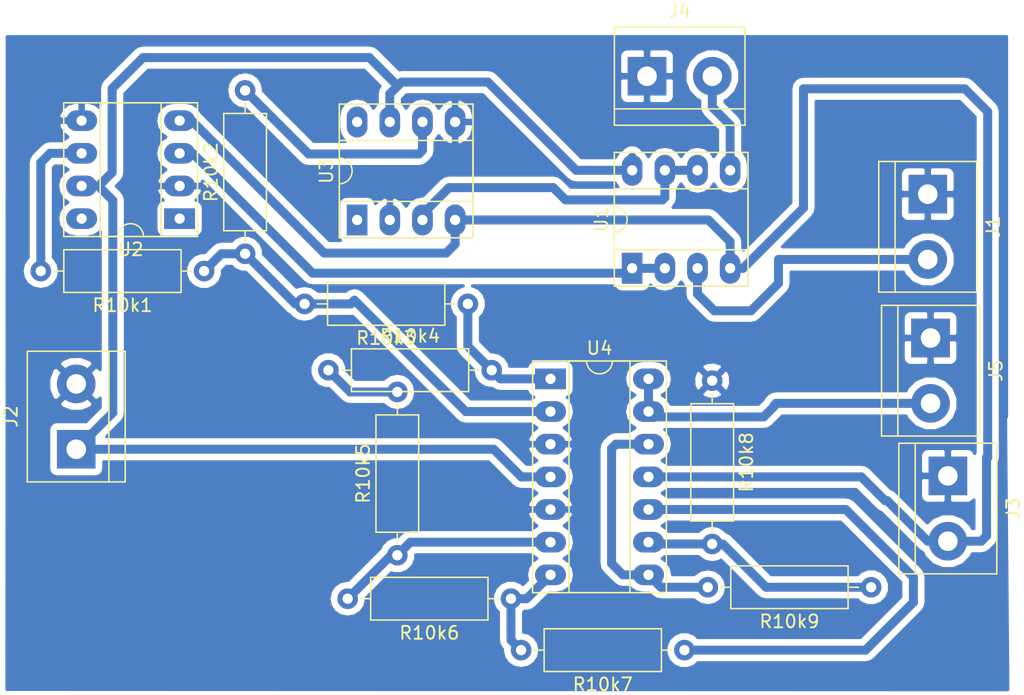
<source format=kicad_pcb>
(kicad_pcb (version 4) (host pcbnew 4.0.6)

  (general
    (links 44)
    (no_connects 0)
    (area 89.9872 70.8102 170.5771 125.828)
    (thickness 1.6)
    (drawings 0)
    (tracks 122)
    (zones 0)
    (modules 18)
    (nets 23)
  )

  (page A4)
  (layers
    (0 F.Cu signal)
    (31 B.Cu signal)
    (32 B.Adhes user)
    (33 F.Adhes user)
    (34 B.Paste user)
    (35 F.Paste user)
    (36 B.SilkS user)
    (37 F.SilkS user)
    (38 B.Mask user)
    (39 F.Mask user)
    (40 Dwgs.User user)
    (41 Cmts.User user)
    (42 Eco1.User user)
    (43 Eco2.User user)
    (44 Edge.Cuts user)
    (45 Margin user)
    (46 B.CrtYd user)
    (47 F.CrtYd user)
    (48 B.Fab user)
    (49 F.Fab user)
  )

  (setup
    (last_trace_width 0.7)
    (trace_clearance 0.5)
    (zone_clearance 0.508)
    (zone_45_only no)
    (trace_min 0.2)
    (segment_width 0.2)
    (edge_width 0.1)
    (via_size 2)
    (via_drill 1.5)
    (via_min_size 0.4)
    (via_min_drill 0.3)
    (uvia_size 0.3)
    (uvia_drill 0.1)
    (uvias_allowed no)
    (uvia_min_size 0.2)
    (uvia_min_drill 0.1)
    (pcb_text_width 0.3)
    (pcb_text_size 1.5 1.5)
    (mod_edge_width 0.15)
    (mod_text_size 1 1)
    (mod_text_width 0.15)
    (pad_size 1.5 1.5)
    (pad_drill 0.6)
    (pad_to_mask_clearance 0)
    (aux_axis_origin 0 0)
    (visible_elements 7FFFFFFF)
    (pcbplotparams
      (layerselection 0x00030_80000001)
      (usegerberextensions false)
      (excludeedgelayer true)
      (linewidth 0.100000)
      (plotframeref false)
      (viasonmask false)
      (mode 1)
      (useauxorigin false)
      (hpglpennumber 1)
      (hpglpenspeed 20)
      (hpglpendiameter 15)
      (hpglpenoverlay 2)
      (psnegative false)
      (psa4output false)
      (plotreference true)
      (plotvalue true)
      (plotinvisibletext false)
      (padsonsilk false)
      (subtractmaskfromsilk false)
      (outputformat 1)
      (mirror false)
      (drillshape 0)
      (scaleselection 1)
      (outputdirectory ""))
  )

  (net 0 "")
  (net 1 /GND)
  (net 2 /VS01)
  (net 3 /+15V)
  (net 4 /-15V)
  (net 5 /VS02)
  (net 6 /OUT)
  (net 7 "Net-(R10k1-Pad1)")
  (net 8 "Net-(R10k1-Pad2)")
  (net 9 "Net-(R10k2-Pad2)")
  (net 10 "Net-(R10k3-Pad1)")
  (net 11 "Net-(R10k4-Pad1)")
  (net 12 "Net-(R10k5-Pad1)")
  (net 13 "Net-(R10k6-Pad1)")
  (net 14 "Net-(R10k7-Pad1)")
  (net 15 "Net-(R10k8-Pad2)")
  (net 16 "Net-(R10k9-Pad2)")
  (net 17 "Net-(U1-Pad1)")
  (net 18 "Net-(U1-Pad6)")
  (net 19 "Net-(U2-Pad1)")
  (net 20 "Net-(U2-Pad8)")
  (net 21 "Net-(U3-Pad1)")
  (net 22 "Net-(U3-Pad8)")

  (net_class Default "This is the default net class."
    (clearance 0.5)
    (trace_width 0.7)
    (via_dia 2)
    (via_drill 1.5)
    (uvia_dia 0.3)
    (uvia_drill 0.1)
    (add_net /+15V)
    (add_net /-15V)
    (add_net /GND)
    (add_net /OUT)
    (add_net /VS01)
    (add_net /VS02)
    (add_net "Net-(R10k1-Pad1)")
    (add_net "Net-(R10k1-Pad2)")
    (add_net "Net-(R10k2-Pad2)")
    (add_net "Net-(R10k3-Pad1)")
    (add_net "Net-(R10k4-Pad1)")
    (add_net "Net-(R10k5-Pad1)")
    (add_net "Net-(R10k6-Pad1)")
    (add_net "Net-(R10k7-Pad1)")
    (add_net "Net-(R10k8-Pad2)")
    (add_net "Net-(R10k9-Pad2)")
    (add_net "Net-(U1-Pad1)")
    (add_net "Net-(U1-Pad6)")
    (add_net "Net-(U2-Pad1)")
    (add_net "Net-(U2-Pad8)")
    (add_net "Net-(U3-Pad1)")
    (add_net "Net-(U3-Pad8)")
  )

  (module Connectors01:bornier2 (layer F.Cu) (tedit 587FD522) (tstamp 5925CDB1)
    (at 162.56 86.3346 270)
    (descr "Bornier d'alimentation 2 pins")
    (tags DEV)
    (path /592383B8)
    (fp_text reference J1 (at 2.54 -5.08 270) (layer F.SilkS)
      (effects (font (size 1 1) (thickness 0.15)))
    )
    (fp_text value CONN_01X02 (at 2.54 5.08 270) (layer F.Fab)
      (effects (font (size 1 1) (thickness 0.15)))
    )
    (fp_line (start -2.41 2.55) (end 7.49 2.55) (layer F.Fab) (width 0.1))
    (fp_line (start -2.46 -3.75) (end -2.46 3.75) (layer F.Fab) (width 0.1))
    (fp_line (start -2.46 3.75) (end 7.54 3.75) (layer F.Fab) (width 0.1))
    (fp_line (start 7.54 3.75) (end 7.54 -3.75) (layer F.Fab) (width 0.1))
    (fp_line (start 7.54 -3.75) (end -2.46 -3.75) (layer F.Fab) (width 0.1))
    (fp_line (start 7.62 2.54) (end -2.54 2.54) (layer F.SilkS) (width 0.12))
    (fp_line (start 7.62 3.81) (end 7.62 -3.81) (layer F.SilkS) (width 0.12))
    (fp_line (start 7.62 -3.81) (end -2.54 -3.81) (layer F.SilkS) (width 0.12))
    (fp_line (start -2.54 -3.81) (end -2.54 3.81) (layer F.SilkS) (width 0.12))
    (fp_line (start -2.54 3.81) (end 7.62 3.81) (layer F.SilkS) (width 0.12))
    (fp_line (start -2.71 -4) (end 7.79 -4) (layer F.CrtYd) (width 0.05))
    (fp_line (start -2.71 -4) (end -2.71 4) (layer F.CrtYd) (width 0.05))
    (fp_line (start 7.79 4) (end 7.79 -4) (layer F.CrtYd) (width 0.05))
    (fp_line (start 7.79 4) (end -2.71 4) (layer F.CrtYd) (width 0.05))
    (pad 1 thru_hole rect (at 0 0 270) (size 3 3) (drill 1.52) (layers *.Cu *.Mask)
      (net 1 /GND))
    (pad 2 thru_hole circle (at 5.08 0 270) (size 3 3) (drill 1.52) (layers *.Cu *.Mask)
      (net 2 /VS01))
    (model Connectors.3dshapes/bornier2.wrl
      (at (xyz 0 0 0))
      (scale (xyz 1 1 1))
      (rotate (xyz 0 0 0))
    )
  )

  (module Connectors01:bornier2 (layer F.Cu) (tedit 587FD522) (tstamp 5925CDC5)
    (at 96.3422 106.172 90)
    (descr "Bornier d'alimentation 2 pins")
    (tags DEV)
    (path /5923847F)
    (fp_text reference J2 (at 2.54 -5.08 90) (layer F.SilkS)
      (effects (font (size 1 1) (thickness 0.15)))
    )
    (fp_text value CONN_01X02 (at 2.54 5.08 90) (layer F.Fab)
      (effects (font (size 1 1) (thickness 0.15)))
    )
    (fp_line (start -2.41 2.55) (end 7.49 2.55) (layer F.Fab) (width 0.1))
    (fp_line (start -2.46 -3.75) (end -2.46 3.75) (layer F.Fab) (width 0.1))
    (fp_line (start -2.46 3.75) (end 7.54 3.75) (layer F.Fab) (width 0.1))
    (fp_line (start 7.54 3.75) (end 7.54 -3.75) (layer F.Fab) (width 0.1))
    (fp_line (start 7.54 -3.75) (end -2.46 -3.75) (layer F.Fab) (width 0.1))
    (fp_line (start 7.62 2.54) (end -2.54 2.54) (layer F.SilkS) (width 0.12))
    (fp_line (start 7.62 3.81) (end 7.62 -3.81) (layer F.SilkS) (width 0.12))
    (fp_line (start 7.62 -3.81) (end -2.54 -3.81) (layer F.SilkS) (width 0.12))
    (fp_line (start -2.54 -3.81) (end -2.54 3.81) (layer F.SilkS) (width 0.12))
    (fp_line (start -2.54 3.81) (end 7.62 3.81) (layer F.SilkS) (width 0.12))
    (fp_line (start -2.71 -4) (end 7.79 -4) (layer F.CrtYd) (width 0.05))
    (fp_line (start -2.71 -4) (end -2.71 4) (layer F.CrtYd) (width 0.05))
    (fp_line (start 7.79 4) (end 7.79 -4) (layer F.CrtYd) (width 0.05))
    (fp_line (start 7.79 4) (end -2.71 4) (layer F.CrtYd) (width 0.05))
    (pad 1 thru_hole rect (at 0 0 90) (size 3 3) (drill 1.52) (layers *.Cu *.Mask)
      (net 3 /+15V))
    (pad 2 thru_hole circle (at 5.08 0 90) (size 3 3) (drill 1.52) (layers *.Cu *.Mask)
      (net 1 /GND))
    (model Connectors.3dshapes/bornier2.wrl
      (at (xyz 0 0 0))
      (scale (xyz 1 1 1))
      (rotate (xyz 0 0 0))
    )
  )

  (module Connectors01:bornier2 (layer F.Cu) (tedit 587FD522) (tstamp 5925CDD9)
    (at 164.1221 108.2421 270)
    (descr "Bornier d'alimentation 2 pins")
    (tags DEV)
    (path /592384A9)
    (fp_text reference J3 (at 2.54 -5.08 270) (layer F.SilkS)
      (effects (font (size 1 1) (thickness 0.15)))
    )
    (fp_text value CONN_01X02 (at 2.54 5.08 270) (layer F.Fab)
      (effects (font (size 1 1) (thickness 0.15)))
    )
    (fp_line (start -2.41 2.55) (end 7.49 2.55) (layer F.Fab) (width 0.1))
    (fp_line (start -2.46 -3.75) (end -2.46 3.75) (layer F.Fab) (width 0.1))
    (fp_line (start -2.46 3.75) (end 7.54 3.75) (layer F.Fab) (width 0.1))
    (fp_line (start 7.54 3.75) (end 7.54 -3.75) (layer F.Fab) (width 0.1))
    (fp_line (start 7.54 -3.75) (end -2.46 -3.75) (layer F.Fab) (width 0.1))
    (fp_line (start 7.62 2.54) (end -2.54 2.54) (layer F.SilkS) (width 0.12))
    (fp_line (start 7.62 3.81) (end 7.62 -3.81) (layer F.SilkS) (width 0.12))
    (fp_line (start 7.62 -3.81) (end -2.54 -3.81) (layer F.SilkS) (width 0.12))
    (fp_line (start -2.54 -3.81) (end -2.54 3.81) (layer F.SilkS) (width 0.12))
    (fp_line (start -2.54 3.81) (end 7.62 3.81) (layer F.SilkS) (width 0.12))
    (fp_line (start -2.71 -4) (end 7.79 -4) (layer F.CrtYd) (width 0.05))
    (fp_line (start -2.71 -4) (end -2.71 4) (layer F.CrtYd) (width 0.05))
    (fp_line (start 7.79 4) (end 7.79 -4) (layer F.CrtYd) (width 0.05))
    (fp_line (start 7.79 4) (end -2.71 4) (layer F.CrtYd) (width 0.05))
    (pad 1 thru_hole rect (at 0 0 270) (size 3 3) (drill 1.52) (layers *.Cu *.Mask)
      (net 1 /GND))
    (pad 2 thru_hole circle (at 5.08 0 270) (size 3 3) (drill 1.52) (layers *.Cu *.Mask)
      (net 4 /-15V))
    (model Connectors.3dshapes/bornier2.wrl
      (at (xyz 0 0 0))
      (scale (xyz 1 1 1))
      (rotate (xyz 0 0 0))
    )
  )

  (module Connectors01:bornier2 (layer F.Cu) (tedit 587FD522) (tstamp 5925CDED)
    (at 140.7287 77.1652)
    (descr "Bornier d'alimentation 2 pins")
    (tags DEV)
    (path /5924BA34)
    (fp_text reference J4 (at 2.54 -5.08) (layer F.SilkS)
      (effects (font (size 1 1) (thickness 0.15)))
    )
    (fp_text value CONN_01X02 (at 2.54 5.08) (layer F.Fab)
      (effects (font (size 1 1) (thickness 0.15)))
    )
    (fp_line (start -2.41 2.55) (end 7.49 2.55) (layer F.Fab) (width 0.1))
    (fp_line (start -2.46 -3.75) (end -2.46 3.75) (layer F.Fab) (width 0.1))
    (fp_line (start -2.46 3.75) (end 7.54 3.75) (layer F.Fab) (width 0.1))
    (fp_line (start 7.54 3.75) (end 7.54 -3.75) (layer F.Fab) (width 0.1))
    (fp_line (start 7.54 -3.75) (end -2.46 -3.75) (layer F.Fab) (width 0.1))
    (fp_line (start 7.62 2.54) (end -2.54 2.54) (layer F.SilkS) (width 0.12))
    (fp_line (start 7.62 3.81) (end 7.62 -3.81) (layer F.SilkS) (width 0.12))
    (fp_line (start 7.62 -3.81) (end -2.54 -3.81) (layer F.SilkS) (width 0.12))
    (fp_line (start -2.54 -3.81) (end -2.54 3.81) (layer F.SilkS) (width 0.12))
    (fp_line (start -2.54 3.81) (end 7.62 3.81) (layer F.SilkS) (width 0.12))
    (fp_line (start -2.71 -4) (end 7.79 -4) (layer F.CrtYd) (width 0.05))
    (fp_line (start -2.71 -4) (end -2.71 4) (layer F.CrtYd) (width 0.05))
    (fp_line (start 7.79 4) (end 7.79 -4) (layer F.CrtYd) (width 0.05))
    (fp_line (start 7.79 4) (end -2.71 4) (layer F.CrtYd) (width 0.05))
    (pad 1 thru_hole rect (at 0 0) (size 3 3) (drill 1.52) (layers *.Cu *.Mask)
      (net 1 /GND))
    (pad 2 thru_hole circle (at 5.08 0) (size 3 3) (drill 1.52) (layers *.Cu *.Mask)
      (net 5 /VS02))
    (model Connectors.3dshapes/bornier2.wrl
      (at (xyz 0 0 0))
      (scale (xyz 1 1 1))
      (rotate (xyz 0 0 0))
    )
  )

  (module Connectors01:bornier2 (layer F.Cu) (tedit 587FD522) (tstamp 5925CE01)
    (at 162.7759 97.5233 270)
    (descr "Bornier d'alimentation 2 pins")
    (tags DEV)
    (path /5924BC76)
    (fp_text reference J5 (at 2.54 -5.08 270) (layer F.SilkS)
      (effects (font (size 1 1) (thickness 0.15)))
    )
    (fp_text value CONN_01X02 (at 2.54 5.08 270) (layer F.Fab)
      (effects (font (size 1 1) (thickness 0.15)))
    )
    (fp_line (start -2.41 2.55) (end 7.49 2.55) (layer F.Fab) (width 0.1))
    (fp_line (start -2.46 -3.75) (end -2.46 3.75) (layer F.Fab) (width 0.1))
    (fp_line (start -2.46 3.75) (end 7.54 3.75) (layer F.Fab) (width 0.1))
    (fp_line (start 7.54 3.75) (end 7.54 -3.75) (layer F.Fab) (width 0.1))
    (fp_line (start 7.54 -3.75) (end -2.46 -3.75) (layer F.Fab) (width 0.1))
    (fp_line (start 7.62 2.54) (end -2.54 2.54) (layer F.SilkS) (width 0.12))
    (fp_line (start 7.62 3.81) (end 7.62 -3.81) (layer F.SilkS) (width 0.12))
    (fp_line (start 7.62 -3.81) (end -2.54 -3.81) (layer F.SilkS) (width 0.12))
    (fp_line (start -2.54 -3.81) (end -2.54 3.81) (layer F.SilkS) (width 0.12))
    (fp_line (start -2.54 3.81) (end 7.62 3.81) (layer F.SilkS) (width 0.12))
    (fp_line (start -2.71 -4) (end 7.79 -4) (layer F.CrtYd) (width 0.05))
    (fp_line (start -2.71 -4) (end -2.71 4) (layer F.CrtYd) (width 0.05))
    (fp_line (start 7.79 4) (end 7.79 -4) (layer F.CrtYd) (width 0.05))
    (fp_line (start 7.79 4) (end -2.71 4) (layer F.CrtYd) (width 0.05))
    (pad 1 thru_hole rect (at 0 0 270) (size 3 3) (drill 1.52) (layers *.Cu *.Mask)
      (net 1 /GND))
    (pad 2 thru_hole circle (at 5.08 0 270) (size 3 3) (drill 1.52) (layers *.Cu *.Mask)
      (net 6 /OUT))
    (model Connectors.3dshapes/bornier2.wrl
      (at (xyz 0 0 0))
      (scale (xyz 1 1 1))
      (rotate (xyz 0 0 0))
    )
  )

  (module Resistors_THT:R_Axial_DIN0309_L9.0mm_D3.2mm_P12.70mm_Horizontal (layer F.Cu) (tedit 5874F706) (tstamp 5925CE17)
    (at 106.2863 92.3163 180)
    (descr "Resistor, Axial_DIN0309 series, Axial, Horizontal, pin pitch=12.7mm, 0.5W = 1/2W, length*diameter=9*3.2mm^2, http://cdn-reichelt.de/documents/datenblatt/B400/1_4W%23YAG.pdf")
    (tags "Resistor Axial_DIN0309 series Axial Horizontal pin pitch 12.7mm 0.5W = 1/2W length 9mm diameter 3.2mm")
    (path /59239340)
    (fp_text reference R10k1 (at 6.35 -2.66 180) (layer F.SilkS)
      (effects (font (size 1 1) (thickness 0.15)))
    )
    (fp_text value R (at 6.35 2.66 180) (layer F.Fab)
      (effects (font (size 1 1) (thickness 0.15)))
    )
    (fp_line (start 1.85 -1.6) (end 1.85 1.6) (layer F.Fab) (width 0.1))
    (fp_line (start 1.85 1.6) (end 10.85 1.6) (layer F.Fab) (width 0.1))
    (fp_line (start 10.85 1.6) (end 10.85 -1.6) (layer F.Fab) (width 0.1))
    (fp_line (start 10.85 -1.6) (end 1.85 -1.6) (layer F.Fab) (width 0.1))
    (fp_line (start 0 0) (end 1.85 0) (layer F.Fab) (width 0.1))
    (fp_line (start 12.7 0) (end 10.85 0) (layer F.Fab) (width 0.1))
    (fp_line (start 1.79 -1.66) (end 1.79 1.66) (layer F.SilkS) (width 0.12))
    (fp_line (start 1.79 1.66) (end 10.91 1.66) (layer F.SilkS) (width 0.12))
    (fp_line (start 10.91 1.66) (end 10.91 -1.66) (layer F.SilkS) (width 0.12))
    (fp_line (start 10.91 -1.66) (end 1.79 -1.66) (layer F.SilkS) (width 0.12))
    (fp_line (start 0.98 0) (end 1.79 0) (layer F.SilkS) (width 0.12))
    (fp_line (start 11.72 0) (end 10.91 0) (layer F.SilkS) (width 0.12))
    (fp_line (start -1.05 -1.95) (end -1.05 1.95) (layer F.CrtYd) (width 0.05))
    (fp_line (start -1.05 1.95) (end 13.75 1.95) (layer F.CrtYd) (width 0.05))
    (fp_line (start 13.75 1.95) (end 13.75 -1.95) (layer F.CrtYd) (width 0.05))
    (fp_line (start 13.75 -1.95) (end -1.05 -1.95) (layer F.CrtYd) (width 0.05))
    (pad 1 thru_hole circle (at 0 0 180) (size 1.6 1.6) (drill 0.8) (layers *.Cu *.Mask)
      (net 7 "Net-(R10k1-Pad1)"))
    (pad 2 thru_hole oval (at 12.7 0 180) (size 1.6 1.6) (drill 0.8) (layers *.Cu *.Mask)
      (net 8 "Net-(R10k1-Pad2)"))
    (model Resistors_THT.3dshapes/R_Axial_DIN0309_L9.0mm_D3.2mm_P12.70mm_Horizontal.wrl
      (at (xyz 0 0 0))
      (scale (xyz 0.393701 0.393701 0.393701))
      (rotate (xyz 0 0 0))
    )
  )

  (module Resistors_THT:R_Axial_DIN0309_L9.0mm_D3.2mm_P12.70mm_Horizontal (layer F.Cu) (tedit 5874F706) (tstamp 5925CE2D)
    (at 109.474 90.9701 90)
    (descr "Resistor, Axial_DIN0309 series, Axial, Horizontal, pin pitch=12.7mm, 0.5W = 1/2W, length*diameter=9*3.2mm^2, http://cdn-reichelt.de/documents/datenblatt/B400/1_4W%23YAG.pdf")
    (tags "Resistor Axial_DIN0309 series Axial Horizontal pin pitch 12.7mm 0.5W = 1/2W length 9mm diameter 3.2mm")
    (path /59239387)
    (fp_text reference R10k2 (at 6.35 -2.66 90) (layer F.SilkS)
      (effects (font (size 1 1) (thickness 0.15)))
    )
    (fp_text value R (at 6.35 2.66 90) (layer F.Fab)
      (effects (font (size 1 1) (thickness 0.15)))
    )
    (fp_line (start 1.85 -1.6) (end 1.85 1.6) (layer F.Fab) (width 0.1))
    (fp_line (start 1.85 1.6) (end 10.85 1.6) (layer F.Fab) (width 0.1))
    (fp_line (start 10.85 1.6) (end 10.85 -1.6) (layer F.Fab) (width 0.1))
    (fp_line (start 10.85 -1.6) (end 1.85 -1.6) (layer F.Fab) (width 0.1))
    (fp_line (start 0 0) (end 1.85 0) (layer F.Fab) (width 0.1))
    (fp_line (start 12.7 0) (end 10.85 0) (layer F.Fab) (width 0.1))
    (fp_line (start 1.79 -1.66) (end 1.79 1.66) (layer F.SilkS) (width 0.12))
    (fp_line (start 1.79 1.66) (end 10.91 1.66) (layer F.SilkS) (width 0.12))
    (fp_line (start 10.91 1.66) (end 10.91 -1.66) (layer F.SilkS) (width 0.12))
    (fp_line (start 10.91 -1.66) (end 1.79 -1.66) (layer F.SilkS) (width 0.12))
    (fp_line (start 0.98 0) (end 1.79 0) (layer F.SilkS) (width 0.12))
    (fp_line (start 11.72 0) (end 10.91 0) (layer F.SilkS) (width 0.12))
    (fp_line (start -1.05 -1.95) (end -1.05 1.95) (layer F.CrtYd) (width 0.05))
    (fp_line (start -1.05 1.95) (end 13.75 1.95) (layer F.CrtYd) (width 0.05))
    (fp_line (start 13.75 1.95) (end 13.75 -1.95) (layer F.CrtYd) (width 0.05))
    (fp_line (start 13.75 -1.95) (end -1.05 -1.95) (layer F.CrtYd) (width 0.05))
    (pad 1 thru_hole circle (at 0 0 90) (size 1.6 1.6) (drill 0.8) (layers *.Cu *.Mask)
      (net 7 "Net-(R10k1-Pad1)"))
    (pad 2 thru_hole oval (at 12.7 0 90) (size 1.6 1.6) (drill 0.8) (layers *.Cu *.Mask)
      (net 9 "Net-(R10k2-Pad2)"))
    (model Resistors_THT.3dshapes/R_Axial_DIN0309_L9.0mm_D3.2mm_P12.70mm_Horizontal.wrl
      (at (xyz 0 0 0))
      (scale (xyz 0.393701 0.393701 0.393701))
      (rotate (xyz 0 0 0))
    )
  )

  (module Resistors_THT:R_Axial_DIN0309_L9.0mm_D3.2mm_P12.70mm_Horizontal (layer F.Cu) (tedit 5874F706) (tstamp 5925CE43)
    (at 126.7968 94.869 180)
    (descr "Resistor, Axial_DIN0309 series, Axial, Horizontal, pin pitch=12.7mm, 0.5W = 1/2W, length*diameter=9*3.2mm^2, http://cdn-reichelt.de/documents/datenblatt/B400/1_4W%23YAG.pdf")
    (tags "Resistor Axial_DIN0309 series Axial Horizontal pin pitch 12.7mm 0.5W = 1/2W length 9mm diameter 3.2mm")
    (path /59239DC7)
    (fp_text reference R10k3 (at 6.35 -2.66 180) (layer F.SilkS)
      (effects (font (size 1 1) (thickness 0.15)))
    )
    (fp_text value R (at 6.35 2.66 180) (layer F.Fab)
      (effects (font (size 1 1) (thickness 0.15)))
    )
    (fp_line (start 1.85 -1.6) (end 1.85 1.6) (layer F.Fab) (width 0.1))
    (fp_line (start 1.85 1.6) (end 10.85 1.6) (layer F.Fab) (width 0.1))
    (fp_line (start 10.85 1.6) (end 10.85 -1.6) (layer F.Fab) (width 0.1))
    (fp_line (start 10.85 -1.6) (end 1.85 -1.6) (layer F.Fab) (width 0.1))
    (fp_line (start 0 0) (end 1.85 0) (layer F.Fab) (width 0.1))
    (fp_line (start 12.7 0) (end 10.85 0) (layer F.Fab) (width 0.1))
    (fp_line (start 1.79 -1.66) (end 1.79 1.66) (layer F.SilkS) (width 0.12))
    (fp_line (start 1.79 1.66) (end 10.91 1.66) (layer F.SilkS) (width 0.12))
    (fp_line (start 10.91 1.66) (end 10.91 -1.66) (layer F.SilkS) (width 0.12))
    (fp_line (start 10.91 -1.66) (end 1.79 -1.66) (layer F.SilkS) (width 0.12))
    (fp_line (start 0.98 0) (end 1.79 0) (layer F.SilkS) (width 0.12))
    (fp_line (start 11.72 0) (end 10.91 0) (layer F.SilkS) (width 0.12))
    (fp_line (start -1.05 -1.95) (end -1.05 1.95) (layer F.CrtYd) (width 0.05))
    (fp_line (start -1.05 1.95) (end 13.75 1.95) (layer F.CrtYd) (width 0.05))
    (fp_line (start 13.75 1.95) (end 13.75 -1.95) (layer F.CrtYd) (width 0.05))
    (fp_line (start 13.75 -1.95) (end -1.05 -1.95) (layer F.CrtYd) (width 0.05))
    (pad 1 thru_hole circle (at 0 0 180) (size 1.6 1.6) (drill 0.8) (layers *.Cu *.Mask)
      (net 10 "Net-(R10k3-Pad1)"))
    (pad 2 thru_hole oval (at 12.7 0 180) (size 1.6 1.6) (drill 0.8) (layers *.Cu *.Mask)
      (net 7 "Net-(R10k1-Pad1)"))
    (model Resistors_THT.3dshapes/R_Axial_DIN0309_L9.0mm_D3.2mm_P12.70mm_Horizontal.wrl
      (at (xyz 0 0 0))
      (scale (xyz 0.393701 0.393701 0.393701))
      (rotate (xyz 0 0 0))
    )
  )

  (module Resistors_THT:R_Axial_DIN0309_L9.0mm_D3.2mm_P12.70mm_Horizontal (layer F.Cu) (tedit 5874F706) (tstamp 5925CE59)
    (at 115.951 100.0252)
    (descr "Resistor, Axial_DIN0309 series, Axial, Horizontal, pin pitch=12.7mm, 0.5W = 1/2W, length*diameter=9*3.2mm^2, http://cdn-reichelt.de/documents/datenblatt/B400/1_4W%23YAG.pdf")
    (tags "Resistor Axial_DIN0309 series Axial Horizontal pin pitch 12.7mm 0.5W = 1/2W length 9mm diameter 3.2mm")
    (path /5923A419)
    (fp_text reference R10k4 (at 6.35 -2.66) (layer F.SilkS)
      (effects (font (size 1 1) (thickness 0.15)))
    )
    (fp_text value R (at 6.35 2.66) (layer F.Fab)
      (effects (font (size 1 1) (thickness 0.15)))
    )
    (fp_line (start 1.85 -1.6) (end 1.85 1.6) (layer F.Fab) (width 0.1))
    (fp_line (start 1.85 1.6) (end 10.85 1.6) (layer F.Fab) (width 0.1))
    (fp_line (start 10.85 1.6) (end 10.85 -1.6) (layer F.Fab) (width 0.1))
    (fp_line (start 10.85 -1.6) (end 1.85 -1.6) (layer F.Fab) (width 0.1))
    (fp_line (start 0 0) (end 1.85 0) (layer F.Fab) (width 0.1))
    (fp_line (start 12.7 0) (end 10.85 0) (layer F.Fab) (width 0.1))
    (fp_line (start 1.79 -1.66) (end 1.79 1.66) (layer F.SilkS) (width 0.12))
    (fp_line (start 1.79 1.66) (end 10.91 1.66) (layer F.SilkS) (width 0.12))
    (fp_line (start 10.91 1.66) (end 10.91 -1.66) (layer F.SilkS) (width 0.12))
    (fp_line (start 10.91 -1.66) (end 1.79 -1.66) (layer F.SilkS) (width 0.12))
    (fp_line (start 0.98 0) (end 1.79 0) (layer F.SilkS) (width 0.12))
    (fp_line (start 11.72 0) (end 10.91 0) (layer F.SilkS) (width 0.12))
    (fp_line (start -1.05 -1.95) (end -1.05 1.95) (layer F.CrtYd) (width 0.05))
    (fp_line (start -1.05 1.95) (end 13.75 1.95) (layer F.CrtYd) (width 0.05))
    (fp_line (start 13.75 1.95) (end 13.75 -1.95) (layer F.CrtYd) (width 0.05))
    (fp_line (start 13.75 -1.95) (end -1.05 -1.95) (layer F.CrtYd) (width 0.05))
    (pad 1 thru_hole circle (at 0 0) (size 1.6 1.6) (drill 0.8) (layers *.Cu *.Mask)
      (net 11 "Net-(R10k4-Pad1)"))
    (pad 2 thru_hole oval (at 12.7 0) (size 1.6 1.6) (drill 0.8) (layers *.Cu *.Mask)
      (net 10 "Net-(R10k3-Pad1)"))
    (model Resistors_THT.3dshapes/R_Axial_DIN0309_L9.0mm_D3.2mm_P12.70mm_Horizontal.wrl
      (at (xyz 0 0 0))
      (scale (xyz 0.393701 0.393701 0.393701))
      (rotate (xyz 0 0 0))
    )
  )

  (module Resistors_THT:R_Axial_DIN0309_L9.0mm_D3.2mm_P12.70mm_Horizontal (layer F.Cu) (tedit 5874F706) (tstamp 5925CE6F)
    (at 121.3104 114.4143 90)
    (descr "Resistor, Axial_DIN0309 series, Axial, Horizontal, pin pitch=12.7mm, 0.5W = 1/2W, length*diameter=9*3.2mm^2, http://cdn-reichelt.de/documents/datenblatt/B400/1_4W%23YAG.pdf")
    (tags "Resistor Axial_DIN0309 series Axial Horizontal pin pitch 12.7mm 0.5W = 1/2W length 9mm diameter 3.2mm")
    (path /5923A92D)
    (fp_text reference R10k5 (at 6.35 -2.66 90) (layer F.SilkS)
      (effects (font (size 1 1) (thickness 0.15)))
    )
    (fp_text value R (at 6.35 2.66 90) (layer F.Fab)
      (effects (font (size 1 1) (thickness 0.15)))
    )
    (fp_line (start 1.85 -1.6) (end 1.85 1.6) (layer F.Fab) (width 0.1))
    (fp_line (start 1.85 1.6) (end 10.85 1.6) (layer F.Fab) (width 0.1))
    (fp_line (start 10.85 1.6) (end 10.85 -1.6) (layer F.Fab) (width 0.1))
    (fp_line (start 10.85 -1.6) (end 1.85 -1.6) (layer F.Fab) (width 0.1))
    (fp_line (start 0 0) (end 1.85 0) (layer F.Fab) (width 0.1))
    (fp_line (start 12.7 0) (end 10.85 0) (layer F.Fab) (width 0.1))
    (fp_line (start 1.79 -1.66) (end 1.79 1.66) (layer F.SilkS) (width 0.12))
    (fp_line (start 1.79 1.66) (end 10.91 1.66) (layer F.SilkS) (width 0.12))
    (fp_line (start 10.91 1.66) (end 10.91 -1.66) (layer F.SilkS) (width 0.12))
    (fp_line (start 10.91 -1.66) (end 1.79 -1.66) (layer F.SilkS) (width 0.12))
    (fp_line (start 0.98 0) (end 1.79 0) (layer F.SilkS) (width 0.12))
    (fp_line (start 11.72 0) (end 10.91 0) (layer F.SilkS) (width 0.12))
    (fp_line (start -1.05 -1.95) (end -1.05 1.95) (layer F.CrtYd) (width 0.05))
    (fp_line (start -1.05 1.95) (end 13.75 1.95) (layer F.CrtYd) (width 0.05))
    (fp_line (start 13.75 1.95) (end 13.75 -1.95) (layer F.CrtYd) (width 0.05))
    (fp_line (start 13.75 -1.95) (end -1.05 -1.95) (layer F.CrtYd) (width 0.05))
    (pad 1 thru_hole circle (at 0 0 90) (size 1.6 1.6) (drill 0.8) (layers *.Cu *.Mask)
      (net 12 "Net-(R10k5-Pad1)"))
    (pad 2 thru_hole oval (at 12.7 0 90) (size 1.6 1.6) (drill 0.8) (layers *.Cu *.Mask)
      (net 11 "Net-(R10k4-Pad1)"))
    (model Resistors_THT.3dshapes/R_Axial_DIN0309_L9.0mm_D3.2mm_P12.70mm_Horizontal.wrl
      (at (xyz 0 0 0))
      (scale (xyz 0.393701 0.393701 0.393701))
      (rotate (xyz 0 0 0))
    )
  )

  (module Resistors_THT:R_Axial_DIN0309_L9.0mm_D3.2mm_P12.70mm_Horizontal (layer F.Cu) (tedit 5874F706) (tstamp 5925CE85)
    (at 130.1496 117.7925 180)
    (descr "Resistor, Axial_DIN0309 series, Axial, Horizontal, pin pitch=12.7mm, 0.5W = 1/2W, length*diameter=9*3.2mm^2, http://cdn-reichelt.de/documents/datenblatt/B400/1_4W%23YAG.pdf")
    (tags "Resistor Axial_DIN0309 series Axial Horizontal pin pitch 12.7mm 0.5W = 1/2W length 9mm diameter 3.2mm")
    (path /5923B39A)
    (fp_text reference R10k6 (at 6.35 -2.66 180) (layer F.SilkS)
      (effects (font (size 1 1) (thickness 0.15)))
    )
    (fp_text value R (at 6.35 2.66 180) (layer F.Fab)
      (effects (font (size 1 1) (thickness 0.15)))
    )
    (fp_line (start 1.85 -1.6) (end 1.85 1.6) (layer F.Fab) (width 0.1))
    (fp_line (start 1.85 1.6) (end 10.85 1.6) (layer F.Fab) (width 0.1))
    (fp_line (start 10.85 1.6) (end 10.85 -1.6) (layer F.Fab) (width 0.1))
    (fp_line (start 10.85 -1.6) (end 1.85 -1.6) (layer F.Fab) (width 0.1))
    (fp_line (start 0 0) (end 1.85 0) (layer F.Fab) (width 0.1))
    (fp_line (start 12.7 0) (end 10.85 0) (layer F.Fab) (width 0.1))
    (fp_line (start 1.79 -1.66) (end 1.79 1.66) (layer F.SilkS) (width 0.12))
    (fp_line (start 1.79 1.66) (end 10.91 1.66) (layer F.SilkS) (width 0.12))
    (fp_line (start 10.91 1.66) (end 10.91 -1.66) (layer F.SilkS) (width 0.12))
    (fp_line (start 10.91 -1.66) (end 1.79 -1.66) (layer F.SilkS) (width 0.12))
    (fp_line (start 0.98 0) (end 1.79 0) (layer F.SilkS) (width 0.12))
    (fp_line (start 11.72 0) (end 10.91 0) (layer F.SilkS) (width 0.12))
    (fp_line (start -1.05 -1.95) (end -1.05 1.95) (layer F.CrtYd) (width 0.05))
    (fp_line (start -1.05 1.95) (end 13.75 1.95) (layer F.CrtYd) (width 0.05))
    (fp_line (start 13.75 1.95) (end 13.75 -1.95) (layer F.CrtYd) (width 0.05))
    (fp_line (start 13.75 -1.95) (end -1.05 -1.95) (layer F.CrtYd) (width 0.05))
    (pad 1 thru_hole circle (at 0 0 180) (size 1.6 1.6) (drill 0.8) (layers *.Cu *.Mask)
      (net 13 "Net-(R10k6-Pad1)"))
    (pad 2 thru_hole oval (at 12.7 0 180) (size 1.6 1.6) (drill 0.8) (layers *.Cu *.Mask)
      (net 12 "Net-(R10k5-Pad1)"))
    (model Resistors_THT.3dshapes/R_Axial_DIN0309_L9.0mm_D3.2mm_P12.70mm_Horizontal.wrl
      (at (xyz 0 0 0))
      (scale (xyz 0.393701 0.393701 0.393701))
      (rotate (xyz 0 0 0))
    )
  )

  (module Resistors_THT:R_Axial_DIN0309_L9.0mm_D3.2mm_P12.70mm_Horizontal (layer F.Cu) (tedit 5874F706) (tstamp 5925CE9B)
    (at 143.637 121.793 180)
    (descr "Resistor, Axial_DIN0309 series, Axial, Horizontal, pin pitch=12.7mm, 0.5W = 1/2W, length*diameter=9*3.2mm^2, http://cdn-reichelt.de/documents/datenblatt/B400/1_4W%23YAG.pdf")
    (tags "Resistor Axial_DIN0309 series Axial Horizontal pin pitch 12.7mm 0.5W = 1/2W length 9mm diameter 3.2mm")
    (path /5923CCA0)
    (fp_text reference R10k7 (at 6.35 -2.66 180) (layer F.SilkS)
      (effects (font (size 1 1) (thickness 0.15)))
    )
    (fp_text value R (at 6.35 2.66 180) (layer F.Fab)
      (effects (font (size 1 1) (thickness 0.15)))
    )
    (fp_line (start 1.85 -1.6) (end 1.85 1.6) (layer F.Fab) (width 0.1))
    (fp_line (start 1.85 1.6) (end 10.85 1.6) (layer F.Fab) (width 0.1))
    (fp_line (start 10.85 1.6) (end 10.85 -1.6) (layer F.Fab) (width 0.1))
    (fp_line (start 10.85 -1.6) (end 1.85 -1.6) (layer F.Fab) (width 0.1))
    (fp_line (start 0 0) (end 1.85 0) (layer F.Fab) (width 0.1))
    (fp_line (start 12.7 0) (end 10.85 0) (layer F.Fab) (width 0.1))
    (fp_line (start 1.79 -1.66) (end 1.79 1.66) (layer F.SilkS) (width 0.12))
    (fp_line (start 1.79 1.66) (end 10.91 1.66) (layer F.SilkS) (width 0.12))
    (fp_line (start 10.91 1.66) (end 10.91 -1.66) (layer F.SilkS) (width 0.12))
    (fp_line (start 10.91 -1.66) (end 1.79 -1.66) (layer F.SilkS) (width 0.12))
    (fp_line (start 0.98 0) (end 1.79 0) (layer F.SilkS) (width 0.12))
    (fp_line (start 11.72 0) (end 10.91 0) (layer F.SilkS) (width 0.12))
    (fp_line (start -1.05 -1.95) (end -1.05 1.95) (layer F.CrtYd) (width 0.05))
    (fp_line (start -1.05 1.95) (end 13.75 1.95) (layer F.CrtYd) (width 0.05))
    (fp_line (start 13.75 1.95) (end 13.75 -1.95) (layer F.CrtYd) (width 0.05))
    (fp_line (start 13.75 -1.95) (end -1.05 -1.95) (layer F.CrtYd) (width 0.05))
    (pad 1 thru_hole circle (at 0 0 180) (size 1.6 1.6) (drill 0.8) (layers *.Cu *.Mask)
      (net 14 "Net-(R10k7-Pad1)"))
    (pad 2 thru_hole oval (at 12.7 0 180) (size 1.6 1.6) (drill 0.8) (layers *.Cu *.Mask)
      (net 13 "Net-(R10k6-Pad1)"))
    (model Resistors_THT.3dshapes/R_Axial_DIN0309_L9.0mm_D3.2mm_P12.70mm_Horizontal.wrl
      (at (xyz 0 0 0))
      (scale (xyz 0.393701 0.393701 0.393701))
      (rotate (xyz 0 0 0))
    )
  )

  (module Resistors_THT:R_Axial_DIN0309_L9.0mm_D3.2mm_P12.70mm_Horizontal (layer F.Cu) (tedit 5874F706) (tstamp 5925CEB1)
    (at 145.796 100.838 270)
    (descr "Resistor, Axial_DIN0309 series, Axial, Horizontal, pin pitch=12.7mm, 0.5W = 1/2W, length*diameter=9*3.2mm^2, http://cdn-reichelt.de/documents/datenblatt/B400/1_4W%23YAG.pdf")
    (tags "Resistor Axial_DIN0309 series Axial Horizontal pin pitch 12.7mm 0.5W = 1/2W length 9mm diameter 3.2mm")
    (path /5923D09F)
    (fp_text reference R10k8 (at 6.35 -2.66 270) (layer F.SilkS)
      (effects (font (size 1 1) (thickness 0.15)))
    )
    (fp_text value R (at 6.35 2.66 270) (layer F.Fab)
      (effects (font (size 1 1) (thickness 0.15)))
    )
    (fp_line (start 1.85 -1.6) (end 1.85 1.6) (layer F.Fab) (width 0.1))
    (fp_line (start 1.85 1.6) (end 10.85 1.6) (layer F.Fab) (width 0.1))
    (fp_line (start 10.85 1.6) (end 10.85 -1.6) (layer F.Fab) (width 0.1))
    (fp_line (start 10.85 -1.6) (end 1.85 -1.6) (layer F.Fab) (width 0.1))
    (fp_line (start 0 0) (end 1.85 0) (layer F.Fab) (width 0.1))
    (fp_line (start 12.7 0) (end 10.85 0) (layer F.Fab) (width 0.1))
    (fp_line (start 1.79 -1.66) (end 1.79 1.66) (layer F.SilkS) (width 0.12))
    (fp_line (start 1.79 1.66) (end 10.91 1.66) (layer F.SilkS) (width 0.12))
    (fp_line (start 10.91 1.66) (end 10.91 -1.66) (layer F.SilkS) (width 0.12))
    (fp_line (start 10.91 -1.66) (end 1.79 -1.66) (layer F.SilkS) (width 0.12))
    (fp_line (start 0.98 0) (end 1.79 0) (layer F.SilkS) (width 0.12))
    (fp_line (start 11.72 0) (end 10.91 0) (layer F.SilkS) (width 0.12))
    (fp_line (start -1.05 -1.95) (end -1.05 1.95) (layer F.CrtYd) (width 0.05))
    (fp_line (start -1.05 1.95) (end 13.75 1.95) (layer F.CrtYd) (width 0.05))
    (fp_line (start 13.75 1.95) (end 13.75 -1.95) (layer F.CrtYd) (width 0.05))
    (fp_line (start 13.75 -1.95) (end -1.05 -1.95) (layer F.CrtYd) (width 0.05))
    (pad 1 thru_hole circle (at 0 0 270) (size 1.6 1.6) (drill 0.8) (layers *.Cu *.Mask)
      (net 1 /GND))
    (pad 2 thru_hole oval (at 12.7 0 270) (size 1.6 1.6) (drill 0.8) (layers *.Cu *.Mask)
      (net 15 "Net-(R10k8-Pad2)"))
    (model Resistors_THT.3dshapes/R_Axial_DIN0309_L9.0mm_D3.2mm_P12.70mm_Horizontal.wrl
      (at (xyz 0 0 0))
      (scale (xyz 0.393701 0.393701 0.393701))
      (rotate (xyz 0 0 0))
    )
  )

  (module Resistors_THT:R_Axial_DIN0309_L9.0mm_D3.2mm_P12.70mm_Horizontal (layer F.Cu) (tedit 5874F706) (tstamp 5925CEC7)
    (at 158.1531 116.9035 180)
    (descr "Resistor, Axial_DIN0309 series, Axial, Horizontal, pin pitch=12.7mm, 0.5W = 1/2W, length*diameter=9*3.2mm^2, http://cdn-reichelt.de/documents/datenblatt/B400/1_4W%23YAG.pdf")
    (tags "Resistor Axial_DIN0309 series Axial Horizontal pin pitch 12.7mm 0.5W = 1/2W length 9mm diameter 3.2mm")
    (path /5923D871)
    (fp_text reference R10k9 (at 6.35 -2.66 180) (layer F.SilkS)
      (effects (font (size 1 1) (thickness 0.15)))
    )
    (fp_text value R (at 6.35 2.66 180) (layer F.Fab)
      (effects (font (size 1 1) (thickness 0.15)))
    )
    (fp_line (start 1.85 -1.6) (end 1.85 1.6) (layer F.Fab) (width 0.1))
    (fp_line (start 1.85 1.6) (end 10.85 1.6) (layer F.Fab) (width 0.1))
    (fp_line (start 10.85 1.6) (end 10.85 -1.6) (layer F.Fab) (width 0.1))
    (fp_line (start 10.85 -1.6) (end 1.85 -1.6) (layer F.Fab) (width 0.1))
    (fp_line (start 0 0) (end 1.85 0) (layer F.Fab) (width 0.1))
    (fp_line (start 12.7 0) (end 10.85 0) (layer F.Fab) (width 0.1))
    (fp_line (start 1.79 -1.66) (end 1.79 1.66) (layer F.SilkS) (width 0.12))
    (fp_line (start 1.79 1.66) (end 10.91 1.66) (layer F.SilkS) (width 0.12))
    (fp_line (start 10.91 1.66) (end 10.91 -1.66) (layer F.SilkS) (width 0.12))
    (fp_line (start 10.91 -1.66) (end 1.79 -1.66) (layer F.SilkS) (width 0.12))
    (fp_line (start 0.98 0) (end 1.79 0) (layer F.SilkS) (width 0.12))
    (fp_line (start 11.72 0) (end 10.91 0) (layer F.SilkS) (width 0.12))
    (fp_line (start -1.05 -1.95) (end -1.05 1.95) (layer F.CrtYd) (width 0.05))
    (fp_line (start -1.05 1.95) (end 13.75 1.95) (layer F.CrtYd) (width 0.05))
    (fp_line (start 13.75 1.95) (end 13.75 -1.95) (layer F.CrtYd) (width 0.05))
    (fp_line (start 13.75 -1.95) (end -1.05 -1.95) (layer F.CrtYd) (width 0.05))
    (pad 1 thru_hole circle (at 0 0 180) (size 1.6 1.6) (drill 0.8) (layers *.Cu *.Mask)
      (net 15 "Net-(R10k8-Pad2)"))
    (pad 2 thru_hole oval (at 12.7 0 180) (size 1.6 1.6) (drill 0.8) (layers *.Cu *.Mask)
      (net 16 "Net-(R10k9-Pad2)"))
    (model Resistors_THT.3dshapes/R_Axial_DIN0309_L9.0mm_D3.2mm_P12.70mm_Horizontal.wrl
      (at (xyz 0 0 0))
      (scale (xyz 0.393701 0.393701 0.393701))
      (rotate (xyz 0 0 0))
    )
  )

  (module Housings_DIP:DIP-8_W7.62mm_Socket_LongPads (layer F.Cu) (tedit 58CC8E33) (tstamp 5925CEEB)
    (at 139.573 92.1004 90)
    (descr "8-lead dip package, row spacing 7.62 mm (300 mils), Socket, LongPads")
    (tags "DIL DIP PDIP 2.54mm 7.62mm 300mil Socket LongPads")
    (path /5923827A)
    (fp_text reference U1 (at 3.81 -2.39 90) (layer F.SilkS)
      (effects (font (size 1 1) (thickness 0.15)))
    )
    (fp_text value TL082 (at 3.81 10.01 90) (layer F.Fab)
      (effects (font (size 1 1) (thickness 0.15)))
    )
    (fp_text user %R (at 3.81 3.81 90) (layer F.Fab)
      (effects (font (size 1 1) (thickness 0.15)))
    )
    (fp_line (start 1.635 -1.27) (end 6.985 -1.27) (layer F.Fab) (width 0.1))
    (fp_line (start 6.985 -1.27) (end 6.985 8.89) (layer F.Fab) (width 0.1))
    (fp_line (start 6.985 8.89) (end 0.635 8.89) (layer F.Fab) (width 0.1))
    (fp_line (start 0.635 8.89) (end 0.635 -0.27) (layer F.Fab) (width 0.1))
    (fp_line (start 0.635 -0.27) (end 1.635 -1.27) (layer F.Fab) (width 0.1))
    (fp_line (start -1.27 -1.27) (end -1.27 8.89) (layer F.Fab) (width 0.1))
    (fp_line (start -1.27 8.89) (end 8.89 8.89) (layer F.Fab) (width 0.1))
    (fp_line (start 8.89 8.89) (end 8.89 -1.27) (layer F.Fab) (width 0.1))
    (fp_line (start 8.89 -1.27) (end -1.27 -1.27) (layer F.Fab) (width 0.1))
    (fp_line (start 2.81 -1.39) (end 1.44 -1.39) (layer F.SilkS) (width 0.12))
    (fp_line (start 1.44 -1.39) (end 1.44 9.01) (layer F.SilkS) (width 0.12))
    (fp_line (start 1.44 9.01) (end 6.18 9.01) (layer F.SilkS) (width 0.12))
    (fp_line (start 6.18 9.01) (end 6.18 -1.39) (layer F.SilkS) (width 0.12))
    (fp_line (start 6.18 -1.39) (end 4.81 -1.39) (layer F.SilkS) (width 0.12))
    (fp_line (start -1.39 -1.39) (end -1.39 9.01) (layer F.SilkS) (width 0.12))
    (fp_line (start -1.39 9.01) (end 9.01 9.01) (layer F.SilkS) (width 0.12))
    (fp_line (start 9.01 9.01) (end 9.01 -1.39) (layer F.SilkS) (width 0.12))
    (fp_line (start 9.01 -1.39) (end -1.39 -1.39) (layer F.SilkS) (width 0.12))
    (fp_line (start -1.7 -1.7) (end -1.7 9.3) (layer F.CrtYd) (width 0.05))
    (fp_line (start -1.7 9.3) (end 9.3 9.3) (layer F.CrtYd) (width 0.05))
    (fp_line (start 9.3 9.3) (end 9.3 -1.7) (layer F.CrtYd) (width 0.05))
    (fp_line (start 9.3 -1.7) (end -1.7 -1.7) (layer F.CrtYd) (width 0.05))
    (fp_arc (start 3.81 -1.39) (end 2.81 -1.39) (angle -180) (layer F.SilkS) (width 0.12))
    (pad 1 thru_hole rect (at 0 0 90) (size 2.4 1.6) (drill 0.8) (layers *.Cu *.Mask)
      (net 17 "Net-(U1-Pad1)"))
    (pad 5 thru_hole oval (at 7.62 7.62 90) (size 2.4 1.6) (drill 0.8) (layers *.Cu *.Mask)
      (net 5 /VS02))
    (pad 2 thru_hole oval (at 0 2.54 90) (size 2.4 1.6) (drill 0.8) (layers *.Cu *.Mask)
      (net 17 "Net-(U1-Pad1)"))
    (pad 6 thru_hole oval (at 7.62 5.08 90) (size 2.4 1.6) (drill 0.8) (layers *.Cu *.Mask)
      (net 18 "Net-(U1-Pad6)"))
    (pad 3 thru_hole oval (at 0 5.08 90) (size 2.4 1.6) (drill 0.8) (layers *.Cu *.Mask)
      (net 2 /VS01))
    (pad 7 thru_hole oval (at 7.62 2.54 90) (size 2.4 1.6) (drill 0.8) (layers *.Cu *.Mask)
      (net 18 "Net-(U1-Pad6)"))
    (pad 4 thru_hole oval (at 0 7.62 90) (size 2.4 1.6) (drill 0.8) (layers *.Cu *.Mask)
      (net 4 /-15V))
    (pad 8 thru_hole oval (at 7.62 0 90) (size 2.4 1.6) (drill 0.8) (layers *.Cu *.Mask)
      (net 3 /+15V))
    (model ${KISYS3DMOD}/Housings_DIP.3dshapes/DIP-8_W7.62mm_Socket_LongPads.wrl
      (at (xyz 0 0 0))
      (scale (xyz 1 1 1))
      (rotate (xyz 0 0 0))
    )
  )

  (module Housings_DIP:DIP-8_W7.62mm_Socket_LongPads (layer F.Cu) (tedit 58CC8E33) (tstamp 5925CF0F)
    (at 104.3813 88.2396 180)
    (descr "8-lead dip package, row spacing 7.62 mm (300 mils), Socket, LongPads")
    (tags "DIL DIP PDIP 2.54mm 7.62mm 300mil Socket LongPads")
    (path /59238E9C)
    (fp_text reference U2 (at 3.81 -2.39 180) (layer F.SilkS)
      (effects (font (size 1 1) (thickness 0.15)))
    )
    (fp_text value AD620 (at 3.81 10.01 180) (layer F.Fab)
      (effects (font (size 1 1) (thickness 0.15)))
    )
    (fp_text user %R (at 3.81 3.81 180) (layer F.Fab)
      (effects (font (size 1 1) (thickness 0.15)))
    )
    (fp_line (start 1.635 -1.27) (end 6.985 -1.27) (layer F.Fab) (width 0.1))
    (fp_line (start 6.985 -1.27) (end 6.985 8.89) (layer F.Fab) (width 0.1))
    (fp_line (start 6.985 8.89) (end 0.635 8.89) (layer F.Fab) (width 0.1))
    (fp_line (start 0.635 8.89) (end 0.635 -0.27) (layer F.Fab) (width 0.1))
    (fp_line (start 0.635 -0.27) (end 1.635 -1.27) (layer F.Fab) (width 0.1))
    (fp_line (start -1.27 -1.27) (end -1.27 8.89) (layer F.Fab) (width 0.1))
    (fp_line (start -1.27 8.89) (end 8.89 8.89) (layer F.Fab) (width 0.1))
    (fp_line (start 8.89 8.89) (end 8.89 -1.27) (layer F.Fab) (width 0.1))
    (fp_line (start 8.89 -1.27) (end -1.27 -1.27) (layer F.Fab) (width 0.1))
    (fp_line (start 2.81 -1.39) (end 1.44 -1.39) (layer F.SilkS) (width 0.12))
    (fp_line (start 1.44 -1.39) (end 1.44 9.01) (layer F.SilkS) (width 0.12))
    (fp_line (start 1.44 9.01) (end 6.18 9.01) (layer F.SilkS) (width 0.12))
    (fp_line (start 6.18 9.01) (end 6.18 -1.39) (layer F.SilkS) (width 0.12))
    (fp_line (start 6.18 -1.39) (end 4.81 -1.39) (layer F.SilkS) (width 0.12))
    (fp_line (start -1.39 -1.39) (end -1.39 9.01) (layer F.SilkS) (width 0.12))
    (fp_line (start -1.39 9.01) (end 9.01 9.01) (layer F.SilkS) (width 0.12))
    (fp_line (start 9.01 9.01) (end 9.01 -1.39) (layer F.SilkS) (width 0.12))
    (fp_line (start 9.01 -1.39) (end -1.39 -1.39) (layer F.SilkS) (width 0.12))
    (fp_line (start -1.7 -1.7) (end -1.7 9.3) (layer F.CrtYd) (width 0.05))
    (fp_line (start -1.7 9.3) (end 9.3 9.3) (layer F.CrtYd) (width 0.05))
    (fp_line (start 9.3 9.3) (end 9.3 -1.7) (layer F.CrtYd) (width 0.05))
    (fp_line (start 9.3 -1.7) (end -1.7 -1.7) (layer F.CrtYd) (width 0.05))
    (fp_arc (start 3.81 -1.39) (end 2.81 -1.39) (angle -180) (layer F.SilkS) (width 0.12))
    (pad 1 thru_hole rect (at 0 0 180) (size 2.4 1.6) (drill 0.8) (layers *.Cu *.Mask)
      (net 19 "Net-(U2-Pad1)"))
    (pad 5 thru_hole oval (at 7.62 7.62 180) (size 2.4 1.6) (drill 0.8) (layers *.Cu *.Mask)
      (net 1 /GND))
    (pad 2 thru_hole oval (at 0 2.54 180) (size 2.4 1.6) (drill 0.8) (layers *.Cu *.Mask)
      (net 1 /GND))
    (pad 6 thru_hole oval (at 7.62 5.08 180) (size 2.4 1.6) (drill 0.8) (layers *.Cu *.Mask)
      (net 8 "Net-(R10k1-Pad2)"))
    (pad 3 thru_hole oval (at 0 5.08 180) (size 2.4 1.6) (drill 0.8) (layers *.Cu *.Mask)
      (net 17 "Net-(U1-Pad1)"))
    (pad 7 thru_hole oval (at 7.62 2.54 180) (size 2.4 1.6) (drill 0.8) (layers *.Cu *.Mask)
      (net 3 /+15V))
    (pad 4 thru_hole oval (at 0 7.62 180) (size 2.4 1.6) (drill 0.8) (layers *.Cu *.Mask)
      (net 4 /-15V))
    (pad 8 thru_hole oval (at 7.62 0 180) (size 2.4 1.6) (drill 0.8) (layers *.Cu *.Mask)
      (net 20 "Net-(U2-Pad8)"))
    (model ${KISYS3DMOD}/Housings_DIP.3dshapes/DIP-8_W7.62mm_Socket_LongPads.wrl
      (at (xyz 0 0 0))
      (scale (xyz 1 1 1))
      (rotate (xyz 0 0 0))
    )
  )

  (module Housings_DIP:DIP-8_W7.62mm_Socket_LongPads (layer F.Cu) (tedit 58CC8E33) (tstamp 5925CF33)
    (at 118.1862 88.3412 90)
    (descr "8-lead dip package, row spacing 7.62 mm (300 mils), Socket, LongPads")
    (tags "DIL DIP PDIP 2.54mm 7.62mm 300mil Socket LongPads")
    (path /59238ED5)
    (fp_text reference U3 (at 3.81 -2.39 90) (layer F.SilkS)
      (effects (font (size 1 1) (thickness 0.15)))
    )
    (fp_text value AD620 (at 3.81 10.01 90) (layer F.Fab)
      (effects (font (size 1 1) (thickness 0.15)))
    )
    (fp_text user %R (at 3.81 3.81 90) (layer F.Fab)
      (effects (font (size 1 1) (thickness 0.15)))
    )
    (fp_line (start 1.635 -1.27) (end 6.985 -1.27) (layer F.Fab) (width 0.1))
    (fp_line (start 6.985 -1.27) (end 6.985 8.89) (layer F.Fab) (width 0.1))
    (fp_line (start 6.985 8.89) (end 0.635 8.89) (layer F.Fab) (width 0.1))
    (fp_line (start 0.635 8.89) (end 0.635 -0.27) (layer F.Fab) (width 0.1))
    (fp_line (start 0.635 -0.27) (end 1.635 -1.27) (layer F.Fab) (width 0.1))
    (fp_line (start -1.27 -1.27) (end -1.27 8.89) (layer F.Fab) (width 0.1))
    (fp_line (start -1.27 8.89) (end 8.89 8.89) (layer F.Fab) (width 0.1))
    (fp_line (start 8.89 8.89) (end 8.89 -1.27) (layer F.Fab) (width 0.1))
    (fp_line (start 8.89 -1.27) (end -1.27 -1.27) (layer F.Fab) (width 0.1))
    (fp_line (start 2.81 -1.39) (end 1.44 -1.39) (layer F.SilkS) (width 0.12))
    (fp_line (start 1.44 -1.39) (end 1.44 9.01) (layer F.SilkS) (width 0.12))
    (fp_line (start 1.44 9.01) (end 6.18 9.01) (layer F.SilkS) (width 0.12))
    (fp_line (start 6.18 9.01) (end 6.18 -1.39) (layer F.SilkS) (width 0.12))
    (fp_line (start 6.18 -1.39) (end 4.81 -1.39) (layer F.SilkS) (width 0.12))
    (fp_line (start -1.39 -1.39) (end -1.39 9.01) (layer F.SilkS) (width 0.12))
    (fp_line (start -1.39 9.01) (end 9.01 9.01) (layer F.SilkS) (width 0.12))
    (fp_line (start 9.01 9.01) (end 9.01 -1.39) (layer F.SilkS) (width 0.12))
    (fp_line (start 9.01 -1.39) (end -1.39 -1.39) (layer F.SilkS) (width 0.12))
    (fp_line (start -1.7 -1.7) (end -1.7 9.3) (layer F.CrtYd) (width 0.05))
    (fp_line (start -1.7 9.3) (end 9.3 9.3) (layer F.CrtYd) (width 0.05))
    (fp_line (start 9.3 9.3) (end 9.3 -1.7) (layer F.CrtYd) (width 0.05))
    (fp_line (start 9.3 -1.7) (end -1.7 -1.7) (layer F.CrtYd) (width 0.05))
    (fp_arc (start 3.81 -1.39) (end 2.81 -1.39) (angle -180) (layer F.SilkS) (width 0.12))
    (pad 1 thru_hole rect (at 0 0 90) (size 2.4 1.6) (drill 0.8) (layers *.Cu *.Mask)
      (net 21 "Net-(U3-Pad1)"))
    (pad 5 thru_hole oval (at 7.62 7.62 90) (size 2.4 1.6) (drill 0.8) (layers *.Cu *.Mask)
      (net 1 /GND))
    (pad 2 thru_hole oval (at 0 2.54 90) (size 2.4 1.6) (drill 0.8) (layers *.Cu *.Mask)
      (net 1 /GND))
    (pad 6 thru_hole oval (at 7.62 5.08 90) (size 2.4 1.6) (drill 0.8) (layers *.Cu *.Mask)
      (net 9 "Net-(R10k2-Pad2)"))
    (pad 3 thru_hole oval (at 0 5.08 90) (size 2.4 1.6) (drill 0.8) (layers *.Cu *.Mask)
      (net 18 "Net-(U1-Pad6)"))
    (pad 7 thru_hole oval (at 7.62 2.54 90) (size 2.4 1.6) (drill 0.8) (layers *.Cu *.Mask)
      (net 3 /+15V))
    (pad 4 thru_hole oval (at 0 7.62 90) (size 2.4 1.6) (drill 0.8) (layers *.Cu *.Mask)
      (net 4 /-15V))
    (pad 8 thru_hole oval (at 7.62 0 90) (size 2.4 1.6) (drill 0.8) (layers *.Cu *.Mask)
      (net 22 "Net-(U3-Pad8)"))
    (model ${KISYS3DMOD}/Housings_DIP.3dshapes/DIP-8_W7.62mm_Socket_LongPads.wrl
      (at (xyz 0 0 0))
      (scale (xyz 1 1 1))
      (rotate (xyz 0 0 0))
    )
  )

  (module Housings_DIP:DIP-14_W7.62mm_Socket_LongPads (layer F.Cu) (tedit 58CC8E2C) (tstamp 5925CF5D)
    (at 133.223 100.6983)
    (descr "14-lead dip package, row spacing 7.62 mm (300 mils), Socket, LongPads")
    (tags "DIL DIP PDIP 2.54mm 7.62mm 300mil Socket LongPads")
    (path /59239468)
    (fp_text reference U4 (at 3.81 -2.39) (layer F.SilkS)
      (effects (font (size 1 1) (thickness 0.15)))
    )
    (fp_text value TL084 (at 3.81 17.63) (layer F.Fab)
      (effects (font (size 1 1) (thickness 0.15)))
    )
    (fp_text user %R (at 3.81 7.62) (layer F.Fab)
      (effects (font (size 1 1) (thickness 0.15)))
    )
    (fp_line (start 1.635 -1.27) (end 6.985 -1.27) (layer F.Fab) (width 0.1))
    (fp_line (start 6.985 -1.27) (end 6.985 16.51) (layer F.Fab) (width 0.1))
    (fp_line (start 6.985 16.51) (end 0.635 16.51) (layer F.Fab) (width 0.1))
    (fp_line (start 0.635 16.51) (end 0.635 -0.27) (layer F.Fab) (width 0.1))
    (fp_line (start 0.635 -0.27) (end 1.635 -1.27) (layer F.Fab) (width 0.1))
    (fp_line (start -1.27 -1.27) (end -1.27 16.51) (layer F.Fab) (width 0.1))
    (fp_line (start -1.27 16.51) (end 8.89 16.51) (layer F.Fab) (width 0.1))
    (fp_line (start 8.89 16.51) (end 8.89 -1.27) (layer F.Fab) (width 0.1))
    (fp_line (start 8.89 -1.27) (end -1.27 -1.27) (layer F.Fab) (width 0.1))
    (fp_line (start 2.81 -1.39) (end 1.44 -1.39) (layer F.SilkS) (width 0.12))
    (fp_line (start 1.44 -1.39) (end 1.44 16.63) (layer F.SilkS) (width 0.12))
    (fp_line (start 1.44 16.63) (end 6.18 16.63) (layer F.SilkS) (width 0.12))
    (fp_line (start 6.18 16.63) (end 6.18 -1.39) (layer F.SilkS) (width 0.12))
    (fp_line (start 6.18 -1.39) (end 4.81 -1.39) (layer F.SilkS) (width 0.12))
    (fp_line (start -1.39 -1.39) (end -1.39 16.63) (layer F.SilkS) (width 0.12))
    (fp_line (start -1.39 16.63) (end 9.01 16.63) (layer F.SilkS) (width 0.12))
    (fp_line (start 9.01 16.63) (end 9.01 -1.39) (layer F.SilkS) (width 0.12))
    (fp_line (start 9.01 -1.39) (end -1.39 -1.39) (layer F.SilkS) (width 0.12))
    (fp_line (start -1.7 -1.7) (end -1.7 16.9) (layer F.CrtYd) (width 0.05))
    (fp_line (start -1.7 16.9) (end 9.3 16.9) (layer F.CrtYd) (width 0.05))
    (fp_line (start 9.3 16.9) (end 9.3 -1.7) (layer F.CrtYd) (width 0.05))
    (fp_line (start 9.3 -1.7) (end -1.7 -1.7) (layer F.CrtYd) (width 0.05))
    (fp_arc (start 3.81 -1.39) (end 2.81 -1.39) (angle -180) (layer F.SilkS) (width 0.12))
    (pad 1 thru_hole rect (at 0 0) (size 2.4 1.6) (drill 0.8) (layers *.Cu *.Mask)
      (net 10 "Net-(R10k3-Pad1)"))
    (pad 8 thru_hole oval (at 7.62 15.24) (size 2.4 1.6) (drill 0.8) (layers *.Cu *.Mask)
      (net 16 "Net-(R10k9-Pad2)"))
    (pad 2 thru_hole oval (at 0 2.54) (size 2.4 1.6) (drill 0.8) (layers *.Cu *.Mask)
      (net 7 "Net-(R10k1-Pad1)"))
    (pad 9 thru_hole oval (at 7.62 12.7) (size 2.4 1.6) (drill 0.8) (layers *.Cu *.Mask)
      (net 15 "Net-(R10k8-Pad2)"))
    (pad 3 thru_hole oval (at 0 5.08) (size 2.4 1.6) (drill 0.8) (layers *.Cu *.Mask)
      (net 1 /GND))
    (pad 10 thru_hole oval (at 7.62 10.16) (size 2.4 1.6) (drill 0.8) (layers *.Cu *.Mask)
      (net 14 "Net-(R10k7-Pad1)"))
    (pad 4 thru_hole oval (at 0 7.62) (size 2.4 1.6) (drill 0.8) (layers *.Cu *.Mask)
      (net 3 /+15V))
    (pad 11 thru_hole oval (at 7.62 7.62) (size 2.4 1.6) (drill 0.8) (layers *.Cu *.Mask)
      (net 4 /-15V))
    (pad 5 thru_hole oval (at 0 10.16) (size 2.4 1.6) (drill 0.8) (layers *.Cu *.Mask)
      (net 1 /GND))
    (pad 12 thru_hole oval (at 7.62 5.08) (size 2.4 1.6) (drill 0.8) (layers *.Cu *.Mask)
      (net 16 "Net-(R10k9-Pad2)"))
    (pad 6 thru_hole oval (at 0 12.7) (size 2.4 1.6) (drill 0.8) (layers *.Cu *.Mask)
      (net 12 "Net-(R10k5-Pad1)"))
    (pad 13 thru_hole oval (at 7.62 2.54) (size 2.4 1.6) (drill 0.8) (layers *.Cu *.Mask)
      (net 6 /OUT))
    (pad 7 thru_hole oval (at 0 15.24) (size 2.4 1.6) (drill 0.8) (layers *.Cu *.Mask)
      (net 13 "Net-(R10k6-Pad1)"))
    (pad 14 thru_hole oval (at 7.62 0) (size 2.4 1.6) (drill 0.8) (layers *.Cu *.Mask)
      (net 6 /OUT))
    (model ${KISYS3DMOD}/Housings_DIP.3dshapes/DIP-14_W7.62mm_Socket_LongPads.wrl
      (at (xyz 0 0 0))
      (scale (xyz 1 1 1))
      (rotate (xyz 0 0 0))
    )
  )

  (segment (start 144.653 92.1004) (end 144.653 94.0943) (width 0.7) (layer B.Cu) (net 2))
  (segment (start 150.9522 93.2688) (end 150.9522 91.4146) (width 0.7) (layer B.Cu) (net 2) (tstamp 5925DC6B))
  (segment (start 148.8186 95.4024) (end 150.9522 93.2688) (width 0.7) (layer B.Cu) (net 2) (tstamp 5925DC6A))
  (segment (start 145.9611 95.4024) (end 148.8186 95.4024) (width 0.7) (layer B.Cu) (net 2) (tstamp 5925DC69))
  (segment (start 144.653 94.0943) (end 145.9611 95.4024) (width 0.7) (layer B.Cu) (net 2) (tstamp 5925DC68))
  (segment (start 162.56 91.4146) (end 150.9522 91.4146) (width 0.7) (layer B.Cu) (net 2))
  (segment (start 96.7613 85.6996) (end 98.0821 85.6996) (width 0.7) (layer B.Cu) (net 3))
  (segment (start 119.1387 75.7174) (end 121.34215 77.92085) (width 0.7) (layer B.Cu) (net 3) (tstamp 5925DDE0))
  (segment (start 101.5365 75.7174) (end 119.1387 75.7174) (width 0.7) (layer B.Cu) (net 3) (tstamp 5925DDDF))
  (segment (start 99.1362 78.1177) (end 101.5365 75.7174) (width 0.7) (layer B.Cu) (net 3) (tstamp 5925DDDE))
  (segment (start 99.1362 84.6455) (end 99.1362 78.1177) (width 0.7) (layer B.Cu) (net 3) (tstamp 5925DDDD))
  (segment (start 98.0821 85.6996) (end 99.1362 84.6455) (width 0.7) (layer B.Cu) (net 3) (tstamp 5925DDDC))
  (segment (start 139.573 84.4804) (end 135.2169 84.4804) (width 0.7) (layer B.Cu) (net 3))
  (segment (start 135.2169 84.4804) (end 128.3589 77.6224) (width 0.7) (layer B.Cu) (net 3) (tstamp 5925DDC0))
  (segment (start 128.3589 77.6224) (end 121.6406 77.6224) (width 0.7) (layer B.Cu) (net 3) (tstamp 5925DDC2))
  (segment (start 121.6406 77.6224) (end 121.34215 77.92085) (width 0.7) (layer B.Cu) (net 3) (tstamp 5925DDC4))
  (segment (start 120.7262 78.5368) (end 120.7262 80.7212) (width 0.7) (layer B.Cu) (net 3) (tstamp 5925DDC5))
  (segment (start 121.34215 77.92085) (end 120.7262 78.5368) (width 0.7) (layer B.Cu) (net 3) (tstamp 5925DDE3))
  (segment (start 96.7613 85.6996) (end 98.0567 85.6996) (width 0.7) (layer B.Cu) (net 3))
  (segment (start 99.187 103.3272) (end 96.3422 106.172) (width 0.7) (layer B.Cu) (net 3) (tstamp 5925DD8E))
  (segment (start 99.187 86.8299) (end 99.187 103.3272) (width 0.7) (layer B.Cu) (net 3) (tstamp 5925DD8D))
  (segment (start 98.0567 85.6996) (end 99.187 86.8299) (width 0.7) (layer B.Cu) (net 3) (tstamp 5925DD8C))
  (segment (start 139.573 84.4804) (end 139.573 83.4644) (width 0.7) (layer B.Cu) (net 3))
  (segment (start 96.3422 106.172) (end 128.8034 106.172) (width 0.7) (layer B.Cu) (net 3))
  (segment (start 130.9497 108.3183) (end 133.223 108.3183) (width 0.7) (layer B.Cu) (net 3) (tstamp 5925DBDB))
  (segment (start 128.8034 106.172) (end 130.9497 108.3183) (width 0.7) (layer B.Cu) (net 3) (tstamp 5925DBDA))
  (segment (start 132.9563 108.585) (end 133.223 108.3183) (width 0.7) (layer B.Cu) (net 3) (tstamp 5925D222))
  (segment (start 133.0071 108.1024) (end 133.223 108.3183) (width 0.7) (layer B.Cu) (net 3) (tstamp 5925D20A))
  (segment (start 164.1221 113.3221) (end 162.56 113.3221) (width 0.7) (layer B.Cu) (net 4))
  (segment (start 147.193 92.1004) (end 147.193 90.0303) (width 0.7) (layer B.Cu) (net 4))
  (segment (start 145.5039 88.3412) (end 125.8062 88.3412) (width 0.7) (layer B.Cu) (net 4) (tstamp 5925DDD8))
  (segment (start 147.193 90.0303) (end 145.5039 88.3412) (width 0.7) (layer B.Cu) (net 4) (tstamp 5925DDD7))
  (segment (start 104.3813 80.6196) (end 105.3211 80.6196) (width 0.7) (layer B.Cu) (net 4))
  (segment (start 105.3211 80.6196) (end 115.6208 90.9193) (width 0.7) (layer B.Cu) (net 4) (tstamp 5925DDCF))
  (segment (start 125.8062 90.2208) (end 125.8062 88.3412) (width 0.7) (layer B.Cu) (net 4) (tstamp 5925DDD3))
  (segment (start 125.1077 90.9193) (end 125.8062 90.2208) (width 0.7) (layer B.Cu) (net 4) (tstamp 5925DDD2))
  (segment (start 115.6208 90.9193) (end 125.1077 90.9193) (width 0.7) (layer B.Cu) (net 4) (tstamp 5925DDD0))
  (segment (start 147.193 92.1004) (end 148.1963 92.1004) (width 0.7) (layer B.Cu) (net 4))
  (segment (start 151.8412 88.4555) (end 152.8953 87.4014) (width 0.7) (layer B.Cu) (net 4) (tstamp 5925DC89))
  (segment (start 164.1221 113.3221) (end 166.7129 113.3221) (width 0.7) (layer B.Cu) (net 4))
  (segment (start 167.132 106.807) (end 167.2209 106.807) (width 0.7) (layer B.Cu) (net 4) (tstamp 5925DC06))
  (segment (start 167.132 112.903) (end 167.132 106.807) (width 0.7) (layer B.Cu) (net 4) (tstamp 5925DC04))
  (segment (start 166.7129 113.3221) (end 167.132 112.903) (width 0.7) (layer B.Cu) (net 4) (tstamp 5925DC03))
  (segment (start 167.2209 106.807) (end 167.2209 79.9211) (width 0.7) (layer B.Cu) (net 4) (tstamp 5925DC07))
  (segment (start 167.2209 79.9211) (end 165.4429 78.1431) (width 0.7) (layer B.Cu) (net 4) (tstamp 5925D9E6))
  (segment (start 165.4429 78.1431) (end 152.8953 78.1431) (width 0.7) (layer B.Cu) (net 4) (tstamp 5925D9E8))
  (segment (start 152.8953 87.4014) (end 152.8953 78.1431) (width 0.7) (layer B.Cu) (net 4) (tstamp 5925DC72))
  (segment (start 148.1963 92.1004) (end 151.8412 88.4555) (width 0.7) (layer B.Cu) (net 4) (tstamp 5925DC71))
  (segment (start 162.56 113.3221) (end 159.3977 110.1598) (width 0.7) (layer B.Cu) (net 4) (tstamp 5925DBFE))
  (segment (start 159.3977 110.1598) (end 159.2326 110.1598) (width 0.7) (layer B.Cu) (net 4) (tstamp 5925DC01))
  (segment (start 157.3911 108.3183) (end 140.843 108.3183) (width 0.7) (layer B.Cu) (net 4) (tstamp 5925D9D5))
  (segment (start 159.2326 110.1598) (end 157.3911 108.3183) (width 0.7) (layer B.Cu) (net 4) (tstamp 5925D9D4))
  (segment (start 147.193 80.9625) (end 147.193 84.4804) (width 0.7) (layer B.Cu) (net 5) (tstamp 5925DE04))
  (segment (start 145.8087 79.5782) (end 147.193 80.9625) (width 0.7) (layer B.Cu) (net 5) (tstamp 5925DE03))
  (segment (start 145.8087 77.1652) (end 145.8087 79.5782) (width 0.7) (layer B.Cu) (net 5))
  (segment (start 162.7759 102.6033) (end 150.7617 102.6033) (width 0.7) (layer B.Cu) (net 6))
  (segment (start 150.5966 102.7684) (end 150.5966 102.8573) (width 0.7) (layer B.Cu) (net 6) (tstamp 5925DC21))
  (segment (start 150.7617 102.6033) (end 150.5966 102.7684) (width 0.7) (layer B.Cu) (net 6) (tstamp 5925DC1F))
  (segment (start 149.7965 103.6574) (end 141.2621 103.6574) (width 0.7) (layer B.Cu) (net 6) (tstamp 5925D9DA))
  (segment (start 150.5966 102.8573) (end 149.7965 103.6574) (width 0.7) (layer B.Cu) (net 6) (tstamp 5925DC22))
  (segment (start 141.2621 103.6574) (end 140.843 103.2383) (width 0.7) (layer B.Cu) (net 6) (tstamp 5925D9DC))
  (segment (start 140.843 103.2383) (end 140.843 100.6983) (width 0.7) (layer B.Cu) (net 6))
  (segment (start 109.474 90.9701) (end 107.6325 90.9701) (width 0.7) (layer B.Cu) (net 7))
  (segment (start 107.6325 90.9701) (end 106.2863 92.3163) (width 0.7) (layer B.Cu) (net 7) (tstamp 5925DD83))
  (segment (start 114.0968 94.869) (end 113.3729 94.869) (width 0.7) (layer B.Cu) (net 7))
  (segment (start 113.3729 94.869) (end 109.474 90.9701) (width 0.7) (layer B.Cu) (net 7) (tstamp 5925DD80))
  (segment (start 114.0968 94.869) (end 117.6909 94.869) (width 0.7) (layer B.Cu) (net 7))
  (segment (start 117.6909 94.869) (end 117.97665 94.58325) (width 0.7) (layer B.Cu) (net 7) (tstamp 5925DB7F))
  (segment (start 133.223 103.2383) (end 126.6317 103.2383) (width 0.7) (layer B.Cu) (net 7))
  (segment (start 126.6317 103.2383) (end 117.97665 94.58325) (width 0.7) (layer B.Cu) (net 7) (tstamp 5925D8C2))
  (segment (start 93.5863 92.3163) (end 93.5863 83.8835) (width 0.7) (layer B.Cu) (net 8))
  (segment (start 94.3102 83.1596) (end 96.7613 83.1596) (width 0.7) (layer B.Cu) (net 8) (tstamp 5925DD89))
  (segment (start 93.5863 83.8835) (end 94.3102 83.1596) (width 0.7) (layer B.Cu) (net 8) (tstamp 5925DD88))
  (segment (start 123.2662 80.7212) (end 123.2662 82.931) (width 0.7) (layer B.Cu) (net 9))
  (segment (start 114.4143 83.2104) (end 109.474 78.2701) (width 0.7) (layer B.Cu) (net 9) (tstamp 5925DDBB))
  (segment (start 122.9868 83.2104) (end 114.4143 83.2104) (width 0.7) (layer B.Cu) (net 9) (tstamp 5925DDBA))
  (segment (start 123.2662 82.931) (end 122.9868 83.2104) (width 0.7) (layer B.Cu) (net 9) (tstamp 5925DDB9))
  (segment (start 126.7968 94.869) (end 126.7968 98.171) (width 0.7) (layer B.Cu) (net 10))
  (segment (start 126.7968 98.171) (end 128.651 100.0252) (width 0.7) (layer B.Cu) (net 10) (tstamp 5925DCE3))
  (segment (start 133.223 100.6983) (end 129.3241 100.6983) (width 0.7) (layer B.Cu) (net 10))
  (segment (start 129.3241 100.6983) (end 128.651 100.0252) (width 0.7) (layer B.Cu) (net 10) (tstamp 5925DCDF))
  (segment (start 121.3104 101.7143) (end 117.6401 101.7143) (width 0.7) (layer B.Cu) (net 11))
  (segment (start 117.6401 101.7143) (end 115.951 100.0252) (width 0.7) (layer B.Cu) (net 11) (tstamp 5925DCE7))
  (segment (start 133.223 113.3983) (end 122.3264 113.3983) (width 0.7) (layer B.Cu) (net 12))
  (segment (start 122.3264 113.3983) (end 121.3104 114.4143) (width 0.7) (layer B.Cu) (net 12) (tstamp 5925D8CF))
  (segment (start 121.3104 114.4143) (end 120.8278 114.4143) (width 0.7) (layer B.Cu) (net 12))
  (segment (start 120.8278 114.4143) (end 117.4496 117.7925) (width 0.7) (layer B.Cu) (net 12) (tstamp 5925D8CB))
  (segment (start 130.1496 117.7925) (end 130.1496 121.0056) (width 0.7) (layer B.Cu) (net 13))
  (segment (start 130.1496 121.0056) (end 130.937 121.793) (width 0.7) (layer B.Cu) (net 13) (tstamp 5925D8D5))
  (segment (start 130.1496 117.7925) (end 131.3688 117.7925) (width 0.7) (layer B.Cu) (net 13))
  (segment (start 131.3688 117.7925) (end 133.223 115.9383) (width 0.7) (layer B.Cu) (net 13) (tstamp 5925D8D2))
  (segment (start 140.843 110.8583) (end 156.1846 110.8583) (width 0.7) (layer B.Cu) (net 14))
  (segment (start 157.7213 121.793) (end 143.637 121.793) (width 0.7) (layer B.Cu) (net 14) (tstamp 5925D8F4))
  (segment (start 161.4424 118.0719) (end 157.7213 121.793) (width 0.7) (layer B.Cu) (net 14) (tstamp 5925D8F3))
  (segment (start 161.4424 116.1161) (end 161.4424 118.0719) (width 0.7) (layer B.Cu) (net 14) (tstamp 5925D8F1))
  (segment (start 156.1846 110.8583) (end 161.4424 116.1161) (width 0.7) (layer B.Cu) (net 14) (tstamp 5925D8EF))
  (segment (start 145.796 113.538) (end 146.6215 113.538) (width 0.7) (layer B.Cu) (net 15))
  (segment (start 149.987 116.9035) (end 158.1531 116.9035) (width 0.7) (layer B.Cu) (net 15) (tstamp 5925D8E0))
  (segment (start 146.6215 113.538) (end 149.987 116.9035) (width 0.7) (layer B.Cu) (net 15) (tstamp 5925D8DF))
  (segment (start 145.796 113.538) (end 140.9827 113.538) (width 0.7) (layer B.Cu) (net 15))
  (segment (start 140.9827 113.538) (end 140.843 113.3983) (width 0.7) (layer B.Cu) (net 15) (tstamp 5925D8DC))
  (segment (start 140.843 105.7783) (end 138.303 105.7783) (width 0.7) (layer B.Cu) (net 16))
  (segment (start 138.8491 115.9383) (end 140.843 115.9383) (width 0.7) (layer B.Cu) (net 16) (tstamp 5925D900))
  (segment (start 137.9728 115.062) (end 138.8491 115.9383) (width 0.7) (layer B.Cu) (net 16) (tstamp 5925D8FF))
  (segment (start 137.9728 106.1085) (end 137.9728 115.062) (width 0.7) (layer B.Cu) (net 16) (tstamp 5925D8FE))
  (segment (start 138.303 105.7783) (end 137.9728 106.1085) (width 0.7) (layer B.Cu) (net 16) (tstamp 5925D8FD))
  (segment (start 145.4531 116.9035) (end 141.8082 116.9035) (width 0.7) (layer B.Cu) (net 16))
  (segment (start 141.8082 116.9035) (end 140.843 115.9383) (width 0.7) (layer B.Cu) (net 16) (tstamp 5925D8D9))
  (segment (start 104.3813 83.1596) (end 105.3973 83.1596) (width 0.7) (layer B.Cu) (net 17))
  (segment (start 105.3973 83.1596) (end 114.7191 92.4814) (width 0.7) (layer B.Cu) (net 17) (tstamp 5925DDC9))
  (segment (start 114.7191 92.4814) (end 139.192 92.4814) (width 0.7) (layer B.Cu) (net 17) (tstamp 5925DDCA))
  (segment (start 139.192 92.4814) (end 139.573 92.1004) (width 0.7) (layer B.Cu) (net 17) (tstamp 5925DDCC))
  (segment (start 139.573 92.1004) (end 142.113 92.1004) (width 0.7) (layer B.Cu) (net 17))
  (segment (start 123.2662 88.3412) (end 123.2662 87.8967) (width 0.7) (layer B.Cu) (net 18))
  (segment (start 123.2662 87.8967) (end 125.3363 85.8266) (width 0.7) (layer B.Cu) (net 18) (tstamp 5925DDE5))
  (segment (start 125.3363 85.8266) (end 133.4389 85.8266) (width 0.7) (layer B.Cu) (net 18) (tstamp 5925DDE6))
  (segment (start 133.4389 85.8266) (end 134.3914 86.7791) (width 0.7) (layer B.Cu) (net 18) (tstamp 5925DDE7))
  (segment (start 134.3914 86.7791) (end 141.9352 86.7791) (width 0.7) (layer B.Cu) (net 18) (tstamp 5925DDE8))
  (segment (start 141.9352 86.7791) (end 142.113 86.6013) (width 0.7) (layer B.Cu) (net 18) (tstamp 5925DDE9))
  (segment (start 142.113 86.6013) (end 142.113 84.4804) (width 0.7) (layer B.Cu) (net 18) (tstamp 5925DDEA))
  (segment (start 142.113 84.4804) (end 142.113 85.5472) (width 0.7) (layer B.Cu) (net 18))
  (segment (start 144.653 84.4804) (end 142.113 84.4804) (width 0.7) (layer B.Cu) (net 18))

  (zone (net 1) (net_name /GND) (layer B.Cu) (tstamp 5925DE74) (hatch edge 0.508)
    (connect_pads (clearance 0.508))
    (min_thickness 0.254)
    (fill yes (arc_segments 16) (thermal_gap 0.508) (thermal_bridge_width 0.508))
    (polygon
      (pts
        (xy 168.8084 103.632) (xy 168.8084 73.9648) (xy 92.202 73.9648) (xy 90.8558 73.9648) (xy 90.8304 124.968)
        (xy 168.91 124.9934) (xy 168.7322 103.8352)
      )
    )
    (filled_polygon
      (pts
        (xy 168.6814 103.60897) (xy 168.613286 103.790607) (xy 168.605204 103.836267) (xy 168.781927 124.866358) (xy 90.957463 124.841041)
        (xy 90.960972 117.7925) (xy 115.986487 117.7925) (xy 116.09572 118.341651) (xy 116.406789 118.807198) (xy 116.872336 119.118267)
        (xy 117.421487 119.2275) (xy 117.477713 119.2275) (xy 118.026864 119.118267) (xy 118.492411 118.807198) (xy 118.80348 118.341651)
        (xy 118.912713 117.7925) (xy 118.90108 117.73402) (xy 120.85578 115.77932) (xy 121.023709 115.84905) (xy 121.594587 115.849548)
        (xy 122.1222 115.631543) (xy 122.526224 115.228223) (xy 122.74515 114.700991) (xy 122.745427 114.3833) (xy 131.752508 114.3833)
        (xy 131.772352 114.412998) (xy 132.154438 114.6683) (xy 131.772352 114.923602) (xy 131.461283 115.389149) (xy 131.35205 115.9383)
        (xy 131.431347 116.336953) (xy 131.077474 116.690826) (xy 130.963523 116.576676) (xy 130.436291 116.35775) (xy 129.865413 116.357252)
        (xy 129.3378 116.575257) (xy 128.933776 116.978577) (xy 128.71485 117.505809) (xy 128.714352 118.076687) (xy 128.932357 118.6043)
        (xy 129.1646 118.836948) (xy 129.1646 121.0056) (xy 129.239579 121.382543) (xy 129.4531 121.7021) (xy 129.48552 121.73452)
        (xy 129.473887 121.793) (xy 129.58312 122.342151) (xy 129.894189 122.807698) (xy 130.359736 123.118767) (xy 130.908887 123.228)
        (xy 130.965113 123.228) (xy 131.514264 123.118767) (xy 131.979811 122.807698) (xy 132.29088 122.342151) (xy 132.400113 121.793)
        (xy 132.29088 121.243849) (xy 131.979811 120.778302) (xy 131.514264 120.467233) (xy 131.1346 120.391713) (xy 131.1346 118.836845)
        (xy 131.194048 118.7775) (xy 131.3688 118.7775) (xy 131.745743 118.702521) (xy 132.0653 118.489) (xy 133.181 117.3733)
        (xy 133.65895 117.3733) (xy 134.208101 117.264067) (xy 134.673648 116.952998) (xy 134.984717 116.487451) (xy 135.09395 115.9383)
        (xy 134.984717 115.389149) (xy 134.673648 114.923602) (xy 134.291562 114.6683) (xy 134.673648 114.412998) (xy 134.984717 113.947451)
        (xy 135.09395 113.3983) (xy 134.984717 112.849149) (xy 134.673648 112.383602) (xy 134.295293 112.130793) (xy 134.7275 111.783196)
        (xy 134.997367 111.290119) (xy 135.014904 111.207339) (xy 134.892915 110.9853) (xy 133.35 110.9853) (xy 133.35 111.0053)
        (xy 133.096 111.0053) (xy 133.096 110.9853) (xy 131.553085 110.9853) (xy 131.431096 111.207339) (xy 131.448633 111.290119)
        (xy 131.7185 111.783196) (xy 132.150707 112.130793) (xy 131.772352 112.383602) (xy 131.752508 112.4133) (xy 122.3264 112.4133)
        (xy 121.949457 112.488279) (xy 121.6299 112.7018) (xy 121.352363 112.979337) (xy 121.026213 112.979052) (xy 120.4986 113.197057)
        (xy 120.094576 113.600377) (xy 119.985117 113.863983) (xy 117.489296 116.359804) (xy 117.477713 116.3575) (xy 117.421487 116.3575)
        (xy 116.872336 116.466733) (xy 116.406789 116.777802) (xy 116.09572 117.243349) (xy 115.986487 117.7925) (xy 90.960972 117.7925)
        (xy 90.968534 102.60597) (xy 95.007835 102.60597) (xy 95.167618 102.924739) (xy 95.958387 103.234723) (xy 96.807587 103.218497)
        (xy 97.516782 102.924739) (xy 97.676565 102.60597) (xy 96.3422 101.271605) (xy 95.007835 102.60597) (xy 90.968534 102.60597)
        (xy 90.96948 100.708187) (xy 94.199477 100.708187) (xy 94.215703 101.557387) (xy 94.509461 102.266582) (xy 94.82823 102.426365)
        (xy 96.162595 101.092) (xy 94.82823 99.757635) (xy 94.509461 99.917418) (xy 94.199477 100.708187) (xy 90.96948 100.708187)
        (xy 90.970042 99.57803) (xy 95.007835 99.57803) (xy 96.3422 100.912395) (xy 97.676565 99.57803) (xy 97.516782 99.259261)
        (xy 96.726013 98.949277) (xy 95.876813 98.965503) (xy 95.167618 99.259261) (xy 95.007835 99.57803) (xy 90.970042 99.57803)
        (xy 90.97366 92.3163) (xy 92.123187 92.3163) (xy 92.23242 92.865451) (xy 92.543489 93.330998) (xy 93.009036 93.642067)
        (xy 93.558187 93.7513) (xy 93.614413 93.7513) (xy 94.163564 93.642067) (xy 94.629111 93.330998) (xy 94.94018 92.865451)
        (xy 95.049413 92.3163) (xy 94.94018 91.767149) (xy 94.629111 91.301602) (xy 94.5713 91.262974) (xy 94.5713 84.2915)
        (xy 94.7182 84.1446) (xy 95.290808 84.1446) (xy 95.310652 84.174298) (xy 95.692738 84.4296) (xy 95.310652 84.684902)
        (xy 94.999583 85.150449) (xy 94.89035 85.6996) (xy 94.999583 86.248751) (xy 95.310652 86.714298) (xy 95.692738 86.9696)
        (xy 95.310652 87.224902) (xy 94.999583 87.690449) (xy 94.89035 88.2396) (xy 94.999583 88.788751) (xy 95.310652 89.254298)
        (xy 95.776199 89.565367) (xy 96.32535 89.6746) (xy 97.19725 89.6746) (xy 97.746401 89.565367) (xy 98.202 89.260945)
        (xy 98.202 99.982749) (xy 98.174939 99.917418) (xy 97.85617 99.757635) (xy 96.521805 101.092) (xy 97.85617 102.426365)
        (xy 98.174939 102.266582) (xy 98.202 102.197549) (xy 98.202 102.9192) (xy 97.09664 104.02456) (xy 94.8422 104.02456)
        (xy 94.606883 104.068838) (xy 94.390759 104.20791) (xy 94.245769 104.42011) (xy 94.19476 104.672) (xy 94.19476 107.672)
        (xy 94.239038 107.907317) (xy 94.37811 108.123441) (xy 94.59031 108.268431) (xy 94.8422 108.31944) (xy 97.8422 108.31944)
        (xy 98.077517 108.275162) (xy 98.293641 108.13609) (xy 98.438631 107.92389) (xy 98.48964 107.672) (xy 98.48964 107.157)
        (xy 128.3954 107.157) (xy 130.2532 109.0148) (xy 130.572757 109.228321) (xy 130.9497 109.3033) (xy 131.752508 109.3033)
        (xy 131.772352 109.332998) (xy 132.150707 109.585807) (xy 131.7185 109.933404) (xy 131.448633 110.426481) (xy 131.431096 110.509261)
        (xy 131.553085 110.7313) (xy 133.096 110.7313) (xy 133.096 110.7113) (xy 133.35 110.7113) (xy 133.35 110.7313)
        (xy 134.892915 110.7313) (xy 135.014904 110.509261) (xy 134.997367 110.426481) (xy 134.7275 109.933404) (xy 134.295293 109.585807)
        (xy 134.673648 109.332998) (xy 134.984717 108.867451) (xy 135.09395 108.3183) (xy 134.984717 107.769149) (xy 134.673648 107.303602)
        (xy 134.295293 107.050793) (xy 134.7275 106.703196) (xy 134.997367 106.210119) (xy 135.014904 106.127339) (xy 134.892915 105.9053)
        (xy 133.35 105.9053) (xy 133.35 105.9253) (xy 133.096 105.9253) (xy 133.096 105.9053) (xy 131.553085 105.9053)
        (xy 131.431096 106.127339) (xy 131.448633 106.210119) (xy 131.7185 106.703196) (xy 132.150707 107.050793) (xy 131.772352 107.303602)
        (xy 131.752508 107.3333) (xy 131.3577 107.3333) (xy 129.4999 105.4755) (xy 129.180343 105.261979) (xy 128.8034 105.187)
        (xy 98.7202 105.187) (xy 99.8835 104.0237) (xy 100.097021 103.704143) (xy 100.172 103.3272) (xy 100.172 100.309387)
        (xy 114.515752 100.309387) (xy 114.733757 100.837) (xy 115.137077 101.241024) (xy 115.664309 101.45995) (xy 115.993037 101.460237)
        (xy 116.9436 102.4108) (xy 117.263157 102.624321) (xy 117.6401 102.6993) (xy 120.257074 102.6993) (xy 120.295702 102.757111)
        (xy 120.761249 103.06818) (xy 121.3104 103.177413) (xy 121.859551 103.06818) (xy 122.325098 102.757111) (xy 122.636167 102.291564)
        (xy 122.7454 101.742413) (xy 122.7454 101.686187) (xy 122.636167 101.137036) (xy 122.325098 100.671489) (xy 121.859551 100.36042)
        (xy 121.3104 100.251187) (xy 120.761249 100.36042) (xy 120.295702 100.671489) (xy 120.257074 100.7293) (xy 118.0481 100.7293)
        (xy 117.385963 100.067163) (xy 117.386248 99.741013) (xy 117.168243 99.2134) (xy 116.764923 98.809376) (xy 116.237691 98.59045)
        (xy 115.666813 98.589952) (xy 115.1392 98.807957) (xy 114.735176 99.211277) (xy 114.51625 99.738509) (xy 114.515752 100.309387)
        (xy 100.172 100.309387) (xy 100.172 87.4396) (xy 102.53386 87.4396) (xy 102.53386 89.0396) (xy 102.578138 89.274917)
        (xy 102.71721 89.491041) (xy 102.92941 89.636031) (xy 103.1813 89.68704) (xy 105.5813 89.68704) (xy 105.816617 89.642762)
        (xy 106.032741 89.50369) (xy 106.177731 89.29149) (xy 106.22874 89.0396) (xy 106.22874 87.4396) (xy 106.184462 87.204283)
        (xy 106.04539 86.988159) (xy 105.83319 86.843169) (xy 105.658009 86.807694) (xy 105.8858 86.624496) (xy 106.155667 86.131419)
        (xy 106.173204 86.048639) (xy 106.051215 85.8266) (xy 104.5083 85.8266) (xy 104.5083 85.8466) (xy 104.2543 85.8466)
        (xy 104.2543 85.8266) (xy 102.711385 85.8266) (xy 102.589396 86.048639) (xy 102.606933 86.131419) (xy 102.8768 86.624496)
        (xy 103.103482 86.806802) (xy 102.945983 86.836438) (xy 102.729859 86.97551) (xy 102.584869 87.18771) (xy 102.53386 87.4396)
        (xy 100.172 87.4396) (xy 100.172 86.8299) (xy 100.097021 86.452957) (xy 99.8835 86.1334) (xy 99.4624 85.7123)
        (xy 99.832701 85.342) (xy 100.046221 85.022443) (xy 100.1212 84.6455) (xy 100.1212 78.5257) (xy 101.9445 76.7024)
        (xy 118.7307 76.7024) (xy 119.965172 77.936872) (xy 119.816179 78.159857) (xy 119.7412 78.5368) (xy 119.7412 79.250708)
        (xy 119.711502 79.270552) (xy 119.4562 79.652638) (xy 119.200898 79.270552) (xy 118.735351 78.959483) (xy 118.1862 78.85025)
        (xy 117.637049 78.959483) (xy 117.171502 79.270552) (xy 116.860433 79.736099) (xy 116.7512 80.28525) (xy 116.7512 81.15715)
        (xy 116.860433 81.706301) (xy 117.171502 82.171848) (xy 117.251648 82.2254) (xy 114.8223 82.2254) (xy 110.906696 78.309796)
        (xy 110.909 78.298213) (xy 110.909 78.241987) (xy 110.799767 77.692836) (xy 110.488698 77.227289) (xy 110.023151 76.91622)
        (xy 109.474 76.806987) (xy 108.924849 76.91622) (xy 108.459302 77.227289) (xy 108.148233 77.692836) (xy 108.039 78.241987)
        (xy 108.039 78.298213) (xy 108.148233 78.847364) (xy 108.459302 79.312911) (xy 108.924849 79.62398) (xy 109.474 79.733213)
        (xy 109.53248 79.72158) (xy 113.7178 83.9069) (xy 114.037357 84.120421) (xy 114.4143 84.1954) (xy 122.9868 84.1954)
        (xy 123.363743 84.120421) (xy 123.6833 83.9069) (xy 123.9627 83.6275) (xy 124.176221 83.307943) (xy 124.2512 82.931)
        (xy 124.2512 82.191692) (xy 124.280898 82.171848) (xy 124.533707 81.793493) (xy 124.881304 82.2257) (xy 125.374381 82.495567)
        (xy 125.457161 82.513104) (xy 125.6792 82.391115) (xy 125.6792 80.8482) (xy 125.9332 80.8482) (xy 125.9332 82.391115)
        (xy 126.155239 82.513104) (xy 126.238019 82.495567) (xy 126.731096 82.2257) (xy 127.083366 81.787683) (xy 127.2412 81.2482)
        (xy 127.2412 80.8482) (xy 125.9332 80.8482) (xy 125.6792 80.8482) (xy 125.6592 80.8482) (xy 125.6592 80.5942)
        (xy 125.6792 80.5942) (xy 125.6792 79.051285) (xy 125.9332 79.051285) (xy 125.9332 80.5942) (xy 127.2412 80.5942)
        (xy 127.2412 80.1942) (xy 127.083366 79.654717) (xy 126.731096 79.2167) (xy 126.238019 78.946833) (xy 126.155239 78.929296)
        (xy 125.9332 79.051285) (xy 125.6792 79.051285) (xy 125.457161 78.929296) (xy 125.374381 78.946833) (xy 124.881304 79.2167)
        (xy 124.533707 79.648907) (xy 124.280898 79.270552) (xy 123.815351 78.959483) (xy 123.2662 78.85025) (xy 122.717049 78.959483)
        (xy 122.251502 79.270552) (xy 121.9962 79.652638) (xy 121.740898 79.270552) (xy 121.7112 79.250708) (xy 121.7112 78.9448)
        (xy 122.0486 78.6074) (xy 127.9509 78.6074) (xy 134.5204 85.1769) (xy 134.839957 85.390421) (xy 135.2169 85.4654)
        (xy 138.247213 85.4654) (xy 138.247233 85.465501) (xy 138.466796 85.7941) (xy 134.7994 85.7941) (xy 134.1354 85.1301)
        (xy 133.815843 84.916579) (xy 133.4389 84.8416) (xy 125.3363 84.8416) (xy 124.960508 84.91635) (xy 124.959357 84.916579)
        (xy 124.639799 85.1301) (xy 123.2941 86.4758) (xy 123.2662 86.47025) (xy 122.717049 86.579483) (xy 122.251502 86.890552)
        (xy 121.998693 87.268907) (xy 121.651096 86.8367) (xy 121.158019 86.566833) (xy 121.075239 86.549296) (xy 120.8532 86.671285)
        (xy 120.8532 88.2142) (xy 120.8732 88.2142) (xy 120.8732 88.4682) (xy 120.8532 88.4682) (xy 120.8532 88.4882)
        (xy 120.5992 88.4882) (xy 120.5992 88.4682) (xy 120.5792 88.4682) (xy 120.5792 88.2142) (xy 120.5992 88.2142)
        (xy 120.5992 86.671285) (xy 120.377161 86.549296) (xy 120.294381 86.566833) (xy 119.801304 86.8367) (xy 119.618998 87.063382)
        (xy 119.589362 86.905883) (xy 119.45029 86.689759) (xy 119.23809 86.544769) (xy 118.9862 86.49376) (xy 117.3862 86.49376)
        (xy 117.150883 86.538038) (xy 116.934759 86.67711) (xy 116.789769 86.88931) (xy 116.73876 87.1412) (xy 116.73876 89.5412)
        (xy 116.783038 89.776517) (xy 116.884569 89.9343) (xy 116.0288 89.9343) (xy 106.098853 80.004353) (xy 105.831948 79.604902)
        (xy 105.366401 79.293833) (xy 104.81725 79.1846) (xy 103.94535 79.1846) (xy 103.396199 79.293833) (xy 102.930652 79.604902)
        (xy 102.619583 80.070449) (xy 102.51035 80.6196) (xy 102.619583 81.168751) (xy 102.930652 81.634298) (xy 103.312738 81.8896)
        (xy 102.930652 82.144902) (xy 102.619583 82.610449) (xy 102.51035 83.1596) (xy 102.619583 83.708751) (xy 102.930652 84.174298)
        (xy 103.309007 84.427107) (xy 102.8768 84.774704) (xy 102.606933 85.267781) (xy 102.589396 85.350561) (xy 102.711385 85.5726)
        (xy 104.2543 85.5726) (xy 104.2543 85.5526) (xy 104.5083 85.5526) (xy 104.5083 85.5726) (xy 106.051215 85.5726)
        (xy 106.173204 85.350561) (xy 106.167275 85.322575) (xy 114.0226 93.1779) (xy 114.342157 93.391421) (xy 114.7191 93.4664)
        (xy 126.433599 93.4664) (xy 125.985 93.651757) (xy 125.580976 94.055077) (xy 125.36205 94.582309) (xy 125.361552 95.153187)
        (xy 125.579557 95.6808) (xy 125.8118 95.913448) (xy 125.8118 98.171) (xy 125.886779 98.547943) (xy 126.1003 98.8675)
        (xy 127.19952 99.96672) (xy 127.187887 100.0252) (xy 127.29712 100.574351) (xy 127.608189 101.039898) (xy 128.073736 101.350967)
        (xy 128.622887 101.4602) (xy 128.679113 101.4602) (xy 128.714842 101.453093) (xy 128.947157 101.608321) (xy 129.3241 101.6833)
        (xy 131.41037 101.6833) (xy 131.419838 101.733617) (xy 131.55891 101.949741) (xy 131.77111 102.094731) (xy 131.920074 102.124897)
        (xy 131.772352 102.223602) (xy 131.752508 102.2533) (xy 127.0397 102.2533) (xy 118.673155 93.886755) (xy 118.673151 93.886749)
        (xy 118.353593 93.673229) (xy 117.97665 93.59825) (xy 117.599707 93.673229) (xy 117.284264 93.884) (xy 115.159455 93.884)
        (xy 115.139611 93.854302) (xy 114.674064 93.543233) (xy 114.124913 93.434) (xy 114.068687 93.434) (xy 113.519536 93.543233)
        (xy 113.471937 93.575037) (xy 110.908963 91.012063) (xy 110.909248 90.685913) (xy 110.691243 90.1583) (xy 110.287923 89.754276)
        (xy 109.760691 89.53535) (xy 109.189813 89.534852) (xy 108.6622 89.752857) (xy 108.429552 89.9851) (xy 107.6325 89.9851)
        (xy 107.255557 90.060079) (xy 106.936 90.2736) (xy 106.328263 90.881337) (xy 106.002113 90.881052) (xy 105.4745 91.099057)
        (xy 105.070476 91.502377) (xy 104.85155 92.029609) (xy 104.851052 92.600487) (xy 105.069057 93.1281) (xy 105.472377 93.532124)
        (xy 105.999609 93.75105) (xy 106.570487 93.751548) (xy 107.0981 93.533543) (xy 107.502124 93.130223) (xy 107.72105 92.602991)
        (xy 107.721337 92.274263) (xy 108.0405 91.9551) (xy 108.429655 91.9551) (xy 108.660077 92.185924) (xy 109.187309 92.40485)
        (xy 109.516037 92.405137) (xy 112.6764 95.5655) (xy 112.974439 95.764643) (xy 113.053989 95.883698) (xy 113.519536 96.194767)
        (xy 114.068687 96.304) (xy 114.124913 96.304) (xy 114.674064 96.194767) (xy 115.139611 95.883698) (xy 115.159455 95.854)
        (xy 117.6909 95.854) (xy 117.827273 95.826873) (xy 125.9352 103.9348) (xy 126.254757 104.148321) (xy 126.6317 104.2233)
        (xy 131.752508 104.2233) (xy 131.772352 104.252998) (xy 132.150707 104.505807) (xy 131.7185 104.853404) (xy 131.448633 105.346481)
        (xy 131.431096 105.429261) (xy 131.553085 105.6513) (xy 133.096 105.6513) (xy 133.096 105.6313) (xy 133.35 105.6313)
        (xy 133.35 105.6513) (xy 134.892915 105.6513) (xy 135.014904 105.429261) (xy 134.997367 105.346481) (xy 134.7275 104.853404)
        (xy 134.295293 104.505807) (xy 134.673648 104.252998) (xy 134.984717 103.787451) (xy 135.09395 103.2383) (xy 134.984717 102.689149)
        (xy 134.673648 102.223602) (xy 134.52765 102.126049) (xy 134.658317 102.101462) (xy 134.874441 101.96239) (xy 135.019431 101.75019)
        (xy 135.07044 101.4983) (xy 135.07044 99.8983) (xy 135.026162 99.662983) (xy 134.88709 99.446859) (xy 134.67489 99.301869)
        (xy 134.423 99.25086) (xy 132.023 99.25086) (xy 131.787683 99.295138) (xy 131.571559 99.43421) (xy 131.426569 99.64641)
        (xy 131.413023 99.7133) (xy 130.052072 99.7133) (xy 130.00488 99.476049) (xy 129.693811 99.010502) (xy 129.228264 98.699433)
        (xy 128.679113 98.5902) (xy 128.622887 98.5902) (xy 128.611304 98.592504) (xy 127.82785 97.80905) (xy 160.6409 97.80905)
        (xy 160.6409 99.149609) (xy 160.737573 99.382998) (xy 160.916201 99.561627) (xy 161.14959 99.6583) (xy 162.49015 99.6583)
        (xy 162.6489 99.49955) (xy 162.6489 97.6503) (xy 162.9029 97.6503) (xy 162.9029 99.49955) (xy 163.06165 99.6583)
        (xy 164.40221 99.6583) (xy 164.635599 99.561627) (xy 164.814227 99.382998) (xy 164.9109 99.149609) (xy 164.9109 97.80905)
        (xy 164.75215 97.6503) (xy 162.9029 97.6503) (xy 162.6489 97.6503) (xy 160.79965 97.6503) (xy 160.6409 97.80905)
        (xy 127.82785 97.80905) (xy 127.7818 97.763) (xy 127.7818 95.913345) (xy 128.012624 95.682923) (xy 128.23155 95.155691)
        (xy 128.232048 94.584813) (xy 128.014043 94.0572) (xy 127.610723 93.653176) (xy 127.160917 93.4664) (xy 138.156795 93.4664)
        (xy 138.169838 93.535717) (xy 138.30891 93.751841) (xy 138.52111 93.896831) (xy 138.773 93.94784) (xy 140.373 93.94784)
        (xy 140.608317 93.903562) (xy 140.824441 93.76449) (xy 140.969431 93.55229) (xy 140.999597 93.403326) (xy 141.098302 93.551048)
        (xy 141.563849 93.862117) (xy 142.113 93.97135) (xy 142.662151 93.862117) (xy 143.127698 93.551048) (xy 143.383 93.168962)
        (xy 143.638302 93.551048) (xy 143.668 93.570892) (xy 143.668 94.0943) (xy 143.742979 94.471243) (xy 143.9565 94.7908)
        (xy 145.2646 96.0989) (xy 145.584157 96.312421) (xy 145.9611 96.3874) (xy 148.8186 96.3874) (xy 149.195543 96.312421)
        (xy 149.5151 96.0989) (xy 149.717009 95.896991) (xy 160.6409 95.896991) (xy 160.6409 97.23755) (xy 160.79965 97.3963)
        (xy 162.6489 97.3963) (xy 162.6489 95.54705) (xy 162.9029 95.54705) (xy 162.9029 97.3963) (xy 164.75215 97.3963)
        (xy 164.9109 97.23755) (xy 164.9109 95.896991) (xy 164.814227 95.663602) (xy 164.635599 95.484973) (xy 164.40221 95.3883)
        (xy 163.06165 95.3883) (xy 162.9029 95.54705) (xy 162.6489 95.54705) (xy 162.49015 95.3883) (xy 161.14959 95.3883)
        (xy 160.916201 95.484973) (xy 160.737573 95.663602) (xy 160.6409 95.896991) (xy 149.717009 95.896991) (xy 151.6487 93.9653)
        (xy 151.862221 93.645743) (xy 151.9372 93.2688) (xy 151.9372 92.3996) (xy 160.656921 92.3996) (xy 160.74898 92.6224)
        (xy 161.349041 93.223509) (xy 162.133459 93.549228) (xy 162.982815 93.54997) (xy 163.7678 93.22562) (xy 164.368909 92.625559)
        (xy 164.694628 91.841141) (xy 164.69537 90.991785) (xy 164.37102 90.2068) (xy 163.770959 89.605691) (xy 162.986541 89.279972)
        (xy 162.137185 89.27923) (xy 161.3522 89.60358) (xy 160.751091 90.203641) (xy 160.657265 90.4296) (xy 151.2601 90.4296)
        (xy 152.5377 89.152) (xy 153.591801 88.0979) (xy 153.805321 87.778343) (xy 153.8803 87.4014) (xy 153.8803 86.62035)
        (xy 160.425 86.62035) (xy 160.425 87.960909) (xy 160.521673 88.194298) (xy 160.700301 88.372927) (xy 160.93369 88.4696)
        (xy 162.27425 88.4696) (xy 162.433 88.31085) (xy 162.433 86.4616) (xy 162.687 86.4616) (xy 162.687 88.31085)
        (xy 162.84575 88.4696) (xy 164.18631 88.4696) (xy 164.419699 88.372927) (xy 164.598327 88.194298) (xy 164.695 87.960909)
        (xy 164.695 86.62035) (xy 164.53625 86.4616) (xy 162.687 86.4616) (xy 162.433 86.4616) (xy 160.58375 86.4616)
        (xy 160.425 86.62035) (xy 153.8803 86.62035) (xy 153.8803 84.708291) (xy 160.425 84.708291) (xy 160.425 86.04885)
        (xy 160.58375 86.2076) (xy 162.433 86.2076) (xy 162.433 84.35835) (xy 162.687 84.35835) (xy 162.687 86.2076)
        (xy 164.53625 86.2076) (xy 164.695 86.04885) (xy 164.695 84.708291) (xy 164.598327 84.474902) (xy 164.419699 84.296273)
        (xy 164.18631 84.1996) (xy 162.84575 84.1996) (xy 162.687 84.35835) (xy 162.433 84.35835) (xy 162.27425 84.1996)
        (xy 160.93369 84.1996) (xy 160.700301 84.296273) (xy 160.521673 84.474902) (xy 160.425 84.708291) (xy 153.8803 84.708291)
        (xy 153.8803 79.1281) (xy 165.0349 79.1281) (xy 166.2359 80.3291) (xy 166.2359 106.409223) (xy 166.221979 106.430057)
        (xy 166.208414 106.498253) (xy 166.160427 106.382402) (xy 165.981799 106.203773) (xy 165.74841 106.1071) (xy 164.40785 106.1071)
        (xy 164.2491 106.26585) (xy 164.2491 108.1151) (xy 164.2691 108.1151) (xy 164.2691 108.3691) (xy 164.2491 108.3691)
        (xy 164.2491 110.21835) (xy 164.40785 110.3771) (xy 165.74841 110.3771) (xy 165.981799 110.280427) (xy 166.147 110.115225)
        (xy 166.147 112.3371) (xy 166.025179 112.3371) (xy 165.93312 112.1143) (xy 165.333059 111.513191) (xy 164.548641 111.187472)
        (xy 163.699285 111.18673) (xy 162.9143 111.51108) (xy 162.527803 111.896903) (xy 160.0942 109.4633) (xy 159.774643 109.249779)
        (xy 159.700913 109.235113) (xy 158.99365 108.52785) (xy 161.9871 108.52785) (xy 161.9871 109.868409) (xy 162.083773 110.101798)
        (xy 162.262401 110.280427) (xy 162.49579 110.3771) (xy 163.83635 110.3771) (xy 163.9951 110.21835) (xy 163.9951 108.3691)
        (xy 162.14585 108.3691) (xy 161.9871 108.52785) (xy 158.99365 108.52785) (xy 158.0876 107.6218) (xy 157.768043 107.408279)
        (xy 157.3911 107.3333) (xy 142.313492 107.3333) (xy 142.293648 107.303602) (xy 141.911562 107.0483) (xy 142.293648 106.792998)
        (xy 142.412054 106.615791) (xy 161.9871 106.615791) (xy 161.9871 107.95635) (xy 162.14585 108.1151) (xy 163.9951 108.1151)
        (xy 163.9951 106.26585) (xy 163.83635 106.1071) (xy 162.49579 106.1071) (xy 162.262401 106.203773) (xy 162.083773 106.382402)
        (xy 161.9871 106.615791) (xy 142.412054 106.615791) (xy 142.604717 106.327451) (xy 142.71395 105.7783) (xy 142.604717 105.229149)
        (xy 142.293648 104.763602) (xy 142.112257 104.6424) (xy 149.7965 104.6424) (xy 150.173443 104.567421) (xy 150.493 104.3539)
        (xy 151.2586 103.5883) (xy 160.872821 103.5883) (xy 160.96488 103.8111) (xy 161.564941 104.412209) (xy 162.349359 104.737928)
        (xy 163.198715 104.73867) (xy 163.9837 104.41432) (xy 164.584809 103.814259) (xy 164.910528 103.029841) (xy 164.91127 102.180485)
        (xy 164.58692 101.3955) (xy 163.986859 100.794391) (xy 163.202441 100.468672) (xy 162.353085 100.46793) (xy 161.5681 100.79228)
        (xy 160.966991 101.392341) (xy 160.873165 101.6183) (xy 150.7617 101.6183) (xy 150.384757 101.693279) (xy 150.0652 101.9068)
        (xy 149.9001 102.0719) (xy 149.721085 102.339815) (xy 149.3885 102.6724) (xy 142.593526 102.6724) (xy 142.293648 102.223602)
        (xy 141.911562 101.9683) (xy 142.094978 101.845745) (xy 144.967861 101.845745) (xy 145.041995 102.091864) (xy 145.579223 102.284965)
        (xy 146.149454 102.257778) (xy 146.550005 102.091864) (xy 146.624139 101.845745) (xy 145.796 101.017605) (xy 144.967861 101.845745)
        (xy 142.094978 101.845745) (xy 142.293648 101.712998) (xy 142.604717 101.247451) (xy 142.71395 100.6983) (xy 142.698619 100.621223)
        (xy 144.349035 100.621223) (xy 144.376222 101.191454) (xy 144.542136 101.592005) (xy 144.788255 101.666139) (xy 145.616395 100.838)
        (xy 145.975605 100.838) (xy 146.803745 101.666139) (xy 147.049864 101.592005) (xy 147.242965 101.054777) (xy 147.215778 100.484546)
        (xy 147.049864 100.083995) (xy 146.803745 100.009861) (xy 145.975605 100.838) (xy 145.616395 100.838) (xy 144.788255 100.009861)
        (xy 144.542136 100.083995) (xy 144.349035 100.621223) (xy 142.698619 100.621223) (xy 142.604717 100.149149) (xy 142.391639 99.830255)
        (xy 144.967861 99.830255) (xy 145.796 100.658395) (xy 146.624139 99.830255) (xy 146.550005 99.584136) (xy 146.012777 99.391035)
        (xy 145.442546 99.418222) (xy 145.041995 99.584136) (xy 144.967861 99.830255) (xy 142.391639 99.830255) (xy 142.293648 99.683602)
        (xy 141.828101 99.372533) (xy 141.27895 99.2633) (xy 140.40705 99.2633) (xy 139.857899 99.372533) (xy 139.392352 99.683602)
        (xy 139.081283 100.149149) (xy 138.97205 100.6983) (xy 139.081283 101.247451) (xy 139.392352 101.712998) (xy 139.774438 101.9683)
        (xy 139.392352 102.223602) (xy 139.081283 102.689149) (xy 138.97205 103.2383) (xy 139.081283 103.787451) (xy 139.392352 104.252998)
        (xy 139.774438 104.5083) (xy 139.392352 104.763602) (xy 139.372508 104.7933) (xy 138.303 104.7933) (xy 137.926057 104.868279)
        (xy 137.6065 105.0818) (xy 137.2763 105.412) (xy 137.062779 105.731557) (xy 136.9878 106.1085) (xy 136.9878 115.062)
        (xy 137.062779 115.438943) (xy 137.2763 115.7585) (xy 138.1526 116.6348) (xy 138.472157 116.848321) (xy 138.8491 116.9233)
        (xy 139.372508 116.9233) (xy 139.392352 116.952998) (xy 139.857899 117.264067) (xy 140.40705 117.3733) (xy 140.885 117.3733)
        (xy 141.1117 117.6) (xy 141.431257 117.813521) (xy 141.8082 117.8885) (xy 144.390445 117.8885) (xy 144.410289 117.918198)
        (xy 144.875836 118.229267) (xy 145.424987 118.3385) (xy 145.481213 118.3385) (xy 146.030364 118.229267) (xy 146.495911 117.918198)
        (xy 146.80698 117.452651) (xy 146.916213 116.9035) (xy 146.80698 116.354349) (xy 146.495911 115.888802) (xy 146.030364 115.577733)
        (xy 145.481213 115.4685) (xy 145.424987 115.4685) (xy 144.875836 115.577733) (xy 144.410289 115.888802) (xy 144.390445 115.9185)
        (xy 142.710012 115.9185) (xy 142.604717 115.389149) (xy 142.293648 114.923602) (xy 141.911562 114.6683) (xy 142.129019 114.523)
        (xy 144.742674 114.523) (xy 144.781302 114.580811) (xy 145.246849 114.89188) (xy 145.796 115.001113) (xy 146.345151 114.89188)
        (xy 146.487359 114.796859) (xy 149.2905 117.6) (xy 149.610057 117.813521) (xy 149.987 117.8885) (xy 157.108755 117.8885)
        (xy 157.339177 118.119324) (xy 157.866409 118.33825) (xy 158.437287 118.338748) (xy 158.9649 118.120743) (xy 159.368924 117.717423)
        (xy 159.58785 117.190191) (xy 159.588348 116.619313) (xy 159.370343 116.0917) (xy 158.967023 115.687676) (xy 158.439791 115.46875)
        (xy 157.868913 115.468252) (xy 157.3413 115.686257) (xy 157.108652 115.9185) (xy 150.395 115.9185) (xy 147.318 112.8415)
        (xy 146.998443 112.627979) (xy 146.884248 112.605264) (xy 146.810698 112.495189) (xy 146.345151 112.18412) (xy 145.796 112.074887)
        (xy 145.246849 112.18412) (xy 144.781302 112.495189) (xy 144.742674 112.553) (xy 142.406836 112.553) (xy 142.293648 112.383602)
        (xy 141.911562 112.1283) (xy 142.293648 111.872998) (xy 142.313492 111.8433) (xy 155.7766 111.8433) (xy 160.4574 116.5241)
        (xy 160.4574 117.6639) (xy 157.3133 120.808) (xy 144.681345 120.808) (xy 144.450923 120.577176) (xy 143.923691 120.35825)
        (xy 143.352813 120.357752) (xy 142.8252 120.575757) (xy 142.421176 120.979077) (xy 142.20225 121.506309) (xy 142.201752 122.077187)
        (xy 142.419757 122.6048) (xy 142.823077 123.008824) (xy 143.350309 123.22775) (xy 143.921187 123.228248) (xy 144.4488 123.010243)
        (xy 144.681448 122.778) (xy 157.7213 122.778) (xy 158.098243 122.703021) (xy 158.4178 122.4895) (xy 162.1389 118.7684)
        (xy 162.352421 118.448843) (xy 162.4274 118.0719) (xy 162.4274 116.1161) (xy 162.352421 115.739157) (xy 162.1389 115.4196)
        (xy 156.8811 110.1618) (xy 156.561543 109.948279) (xy 156.1846 109.8733) (xy 142.313492 109.8733) (xy 142.293648 109.843602)
        (xy 141.911562 109.5883) (xy 142.293648 109.332998) (xy 142.313492 109.3033) (xy 156.9831 109.3033) (xy 158.5361 110.8563)
        (xy 158.855657 111.069821) (xy 158.929387 111.084487) (xy 161.8635 114.0186) (xy 162.183057 114.232121) (xy 162.188486 114.233201)
        (xy 162.31108 114.5299) (xy 162.911141 115.131009) (xy 163.695559 115.456728) (xy 164.544915 115.45747) (xy 165.3299 115.13312)
        (xy 165.931009 114.533059) (xy 166.024835 114.3071) (xy 166.7129 114.3071) (xy 167.089843 114.232121) (xy 167.4094 114.0186)
        (xy 167.8285 113.5995) (xy 168.042021 113.279943) (xy 168.117 112.903) (xy 168.117 107.204777) (xy 168.130921 107.183943)
        (xy 168.2059 106.807) (xy 168.2059 79.9211) (xy 168.130921 79.544157) (xy 167.9174 79.2246) (xy 166.1394 77.4466)
        (xy 165.819843 77.233079) (xy 165.4429 77.1581) (xy 152.8953 77.1581) (xy 152.518357 77.233079) (xy 152.1988 77.4466)
        (xy 151.985279 77.766157) (xy 151.9103 78.1431) (xy 151.9103 86.993399) (xy 151.1447 87.759) (xy 148.226223 90.677477)
        (xy 148.207698 90.649752) (xy 148.178 90.629908) (xy 148.178 90.0303) (xy 148.103021 89.653357) (xy 147.8895 89.3338)
        (xy 146.2004 87.6447) (xy 145.880843 87.431179) (xy 145.5039 87.3562) (xy 142.7511 87.3562) (xy 142.8095 87.2978)
        (xy 143.023021 86.978243) (xy 143.098 86.6013) (xy 143.098 85.950892) (xy 143.127698 85.931048) (xy 143.383 85.548962)
        (xy 143.638302 85.931048) (xy 144.103849 86.242117) (xy 144.653 86.35135) (xy 145.202151 86.242117) (xy 145.667698 85.931048)
        (xy 145.923 85.548962) (xy 146.178302 85.931048) (xy 146.643849 86.242117) (xy 147.193 86.35135) (xy 147.742151 86.242117)
        (xy 148.207698 85.931048) (xy 148.518767 85.465501) (xy 148.628 84.91635) (xy 148.628 84.04445) (xy 148.518767 83.495299)
        (xy 148.207698 83.029752) (xy 148.178 83.009908) (xy 148.178 80.9625) (xy 148.103021 80.585557) (xy 147.8895 80.266)
        (xy 146.7937 79.1702) (xy 146.7937 79.068279) (xy 147.0165 78.97622) (xy 147.617609 78.376159) (xy 147.943328 77.591741)
        (xy 147.94407 76.742385) (xy 147.61972 75.9574) (xy 147.019659 75.356291) (xy 146.235241 75.030572) (xy 145.385885 75.02983)
        (xy 144.6009 75.35418) (xy 143.999791 75.954241) (xy 143.674072 76.738659) (xy 143.67333 77.588015) (xy 143.99768 78.373)
        (xy 144.597741 78.974109) (xy 144.8237 79.067935) (xy 144.8237 79.5782) (xy 144.898679 79.955143) (xy 145.1122 80.2747)
        (xy 146.208 81.3705) (xy 146.208 83.009908) (xy 146.178302 83.029752) (xy 145.923 83.411838) (xy 145.667698 83.029752)
        (xy 145.202151 82.718683) (xy 144.653 82.60945) (xy 144.103849 82.718683) (xy 143.638302 83.029752) (xy 143.383 83.411838)
        (xy 143.127698 83.029752) (xy 142.662151 82.718683) (xy 142.113 82.60945) (xy 141.563849 82.718683) (xy 141.098302 83.029752)
        (xy 140.843 83.411838) (xy 140.587698 83.029752) (xy 140.328936 82.856853) (xy 140.2695 82.7679) (xy 139.949943 82.554379)
        (xy 139.573 82.4794) (xy 139.196057 82.554379) (xy 138.8765 82.7679) (xy 138.817064 82.856853) (xy 138.558302 83.029752)
        (xy 138.247233 83.495299) (xy 138.247213 83.4954) (xy 135.6249 83.4954) (xy 129.58045 77.45095) (xy 138.5937 77.45095)
        (xy 138.5937 78.79151) (xy 138.690373 79.024899) (xy 138.869002 79.203527) (xy 139.102391 79.3002) (xy 140.44295 79.3002)
        (xy 140.6017 79.14145) (xy 140.6017 77.2922) (xy 140.8557 77.2922) (xy 140.8557 79.14145) (xy 141.01445 79.3002)
        (xy 142.355009 79.3002) (xy 142.588398 79.203527) (xy 142.767027 79.024899) (xy 142.8637 78.79151) (xy 142.8637 77.45095)
        (xy 142.70495 77.2922) (xy 140.8557 77.2922) (xy 140.6017 77.2922) (xy 138.75245 77.2922) (xy 138.5937 77.45095)
        (xy 129.58045 77.45095) (xy 129.0554 76.9259) (xy 128.735843 76.712379) (xy 128.3589 76.6374) (xy 121.6406 76.6374)
        (xy 121.483041 76.668741) (xy 120.35319 75.53889) (xy 138.5937 75.53889) (xy 138.5937 76.87945) (xy 138.75245 77.0382)
        (xy 140.6017 77.0382) (xy 140.6017 75.18895) (xy 140.8557 75.18895) (xy 140.8557 77.0382) (xy 142.70495 77.0382)
        (xy 142.8637 76.87945) (xy 142.8637 75.53889) (xy 142.767027 75.305501) (xy 142.588398 75.126873) (xy 142.355009 75.0302)
        (xy 141.01445 75.0302) (xy 140.8557 75.18895) (xy 140.6017 75.18895) (xy 140.44295 75.0302) (xy 139.102391 75.0302)
        (xy 138.869002 75.126873) (xy 138.690373 75.305501) (xy 138.5937 75.53889) (xy 120.35319 75.53889) (xy 119.8352 75.0209)
        (xy 119.515643 74.807379) (xy 119.1387 74.7324) (xy 101.5365 74.7324) (xy 101.159557 74.807379) (xy 100.84 75.0209)
        (xy 98.4397 77.4212) (xy 98.226179 77.740757) (xy 98.1512 78.1177) (xy 98.1512 79.602538) (xy 97.827783 79.342434)
        (xy 97.2883 79.1846) (xy 96.8883 79.1846) (xy 96.8883 80.4926) (xy 96.9083 80.4926) (xy 96.9083 80.7466)
        (xy 96.8883 80.7466) (xy 96.8883 80.7666) (xy 96.6343 80.7666) (xy 96.6343 80.7466) (xy 95.091385 80.7466)
        (xy 94.969396 80.968639) (xy 94.986933 81.051419) (xy 95.2568 81.544496) (xy 95.689007 81.892093) (xy 95.310652 82.144902)
        (xy 95.290808 82.1746) (xy 94.3102 82.1746) (xy 93.933257 82.249579) (xy 93.6137 82.4631) (xy 92.8898 83.187)
        (xy 92.676279 83.506557) (xy 92.6013 83.8835) (xy 92.6013 91.262974) (xy 92.543489 91.301602) (xy 92.23242 91.767149)
        (xy 92.123187 92.3163) (xy 90.97366 92.3163) (xy 90.979659 80.270561) (xy 94.969396 80.270561) (xy 95.091385 80.4926)
        (xy 96.6343 80.4926) (xy 96.6343 79.1846) (xy 96.2343 79.1846) (xy 95.694817 79.342434) (xy 95.2568 79.694704)
        (xy 94.986933 80.187781) (xy 94.969396 80.270561) (xy 90.979659 80.270561) (xy 90.982737 74.0918) (xy 168.6814 74.0918)
      )
    )
  )
)

</source>
